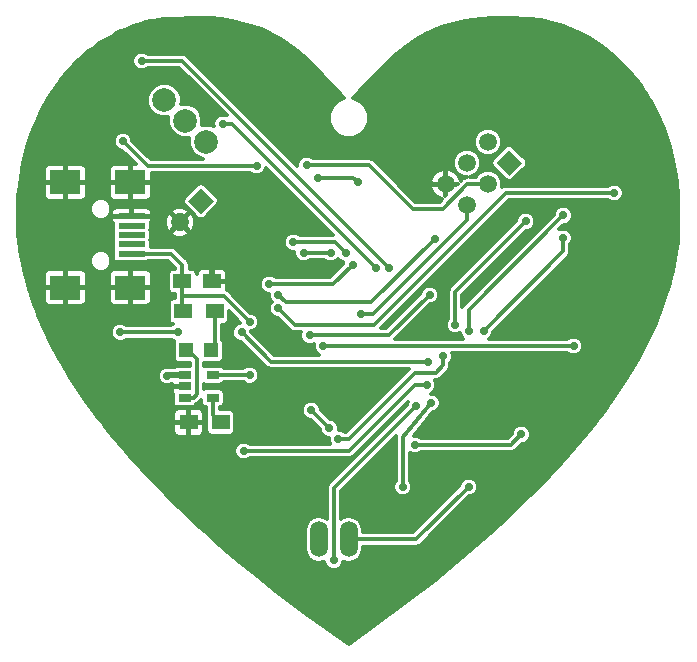
<source format=gbr>
G04 #@! TF.FileFunction,Copper,L2,Bot,Signal*
%FSLAX46Y46*%
G04 Gerber Fmt 4.6, Leading zero omitted, Abs format (unit mm)*
G04 Created by KiCad (PCBNEW 4.0.2-stable) date 14.06.2016 13:49:57*
%MOMM*%
G01*
G04 APERTURE LIST*
%ADD10C,0.100000*%
%ADD11R,1.500000X1.250000*%
%ADD12R,1.100000X0.700000*%
%ADD13O,1.506220X3.014980*%
%ADD14R,2.300000X0.500000*%
%ADD15R,2.500000X2.000000*%
%ADD16C,1.500000*%
%ADD17R,1.500000X1.300000*%
%ADD18R,1.198880X1.198880*%
%ADD19C,1.500000*%
%ADD20C,1.998980*%
%ADD21C,0.700000*%
%ADD22C,0.300000*%
%ADD23C,0.500000*%
G04 APERTURE END LIST*
D10*
D11*
X134219000Y-97409000D03*
X131719000Y-97409000D03*
D12*
X131896000Y-107249000D03*
X131896000Y-106299000D03*
X131896000Y-105349000D03*
X134296000Y-105349000D03*
X134296000Y-107249000D03*
D13*
X145796000Y-119253000D03*
X143256000Y-119253000D03*
D14*
X127402000Y-95072000D03*
X127402000Y-94272000D03*
X127402000Y-93472000D03*
X127402000Y-92672000D03*
X127402000Y-91872000D03*
D15*
X127302000Y-97922000D03*
X121802000Y-97922000D03*
X127302000Y-89022000D03*
X121802000Y-89022000D03*
D10*
G36*
X160445660Y-87376000D02*
X159385000Y-88436660D01*
X158324340Y-87376000D01*
X159385000Y-86315340D01*
X160445660Y-87376000D01*
X160445660Y-87376000D01*
G37*
D16*
X157588949Y-85579949D03*
X157588949Y-89172051D03*
X155792898Y-87376000D03*
X155792898Y-90968102D03*
X153996846Y-89172051D03*
D17*
X131746000Y-99949000D03*
X134446000Y-99949000D03*
X132254000Y-109347000D03*
X134954000Y-109347000D03*
D18*
X134145020Y-103251000D03*
X132046980Y-103251000D03*
D10*
G36*
X134347160Y-90614500D02*
X133286500Y-91675160D01*
X132225840Y-90614500D01*
X133286500Y-89553840D01*
X134347160Y-90614500D01*
X134347160Y-90614500D01*
G37*
D19*
X131490449Y-92410551D02*
X131490449Y-92410551D01*
D20*
X130185686Y-82052686D03*
X131953000Y-83820000D03*
X133720314Y-85587314D03*
D21*
X141097000Y-86233000D03*
X164338000Y-96774000D03*
X138049000Y-99441000D03*
X140081000Y-106807000D03*
X139065000Y-89916000D03*
X161036000Y-101092000D03*
X159385000Y-105664000D03*
X157800000Y-105600000D03*
X137414000Y-105346500D03*
X137414000Y-100838000D03*
X146812000Y-100203000D03*
X130429000Y-105410000D03*
X155956000Y-114808000D03*
X163957000Y-91821000D03*
X155956000Y-101600000D03*
X144907000Y-110744000D03*
X153797000Y-103759000D03*
X142240000Y-87566500D03*
X137985500Y-87630000D03*
X126682500Y-85534500D03*
X160782000Y-92329000D03*
X154813000Y-101092000D03*
X152527000Y-104203500D03*
X136715500Y-101727000D03*
X131318000Y-101727000D03*
X126428500Y-101727000D03*
X157226000Y-101600000D03*
X163957000Y-93726000D03*
X151511000Y-107950000D03*
X144526000Y-121031000D03*
X152781000Y-107696000D03*
X150368000Y-114808000D03*
X136906000Y-111760000D03*
X152400000Y-106172000D03*
X142621000Y-108331000D03*
X144145000Y-109855000D03*
X149225000Y-96266000D03*
X128270000Y-78740000D03*
X148082000Y-96266000D03*
X135128000Y-84074000D03*
X141986000Y-94996000D03*
X144272000Y-94996000D03*
X145542000Y-94996000D03*
X141097000Y-94107000D03*
X143192500Y-88646000D03*
X146558000Y-89027000D03*
X139065000Y-97663000D03*
X146113500Y-96012000D03*
X153098500Y-93789500D03*
X139827000Y-98552000D03*
X139827000Y-99695000D03*
X168275000Y-89916000D03*
X142494000Y-101981000D03*
X152654000Y-98552000D03*
X143637000Y-102870000D03*
X164846000Y-102870000D03*
X151384000Y-111252000D03*
X160401000Y-110363000D03*
D22*
X131719000Y-98679000D02*
X135255000Y-98679000D01*
X137411500Y-105349000D02*
X134296000Y-105349000D01*
X137414000Y-105346500D02*
X137411500Y-105349000D01*
X135255000Y-98679000D02*
X137414000Y-100838000D01*
X131719000Y-97409000D02*
X131719000Y-98679000D01*
X131719000Y-98679000D02*
X131719000Y-99922000D01*
X131719000Y-99922000D02*
X131746000Y-99949000D01*
X127402000Y-95072000D02*
X130759000Y-95072000D01*
X131719000Y-96032000D02*
X131719000Y-97409000D01*
X130759000Y-95072000D02*
X131719000Y-96032000D01*
X155792898Y-90968102D02*
X155792898Y-92238102D01*
X147828000Y-100203000D02*
X146812000Y-100203000D01*
X155792898Y-92238102D02*
X147828000Y-100203000D01*
X132046980Y-103251000D02*
X132207000Y-103251000D01*
X132207000Y-103251000D02*
X132969000Y-104013000D01*
X132969000Y-104013000D02*
X132969000Y-106934000D01*
X132969000Y-106934000D02*
X132654000Y-107249000D01*
X132654000Y-107249000D02*
X131896000Y-107249000D01*
D23*
X131896000Y-105349000D02*
X130490000Y-105349000D01*
X130490000Y-105349000D02*
X130429000Y-105410000D01*
D22*
X134296000Y-107249000D02*
X134296000Y-108689000D01*
X134296000Y-108689000D02*
X134954000Y-109347000D01*
X151511000Y-119253000D02*
X145796000Y-119253000D01*
X155956000Y-114808000D02*
X151511000Y-119253000D01*
X153797000Y-103759000D02*
X153797000Y-104521000D01*
X151384000Y-105156000D02*
X145796000Y-110744000D01*
X153162000Y-105156000D02*
X151384000Y-105156000D01*
X153797000Y-104521000D02*
X153162000Y-105156000D01*
X145796000Y-110744000D02*
X144907000Y-110744000D01*
X145796000Y-110744000D02*
X144907000Y-110744000D01*
X163957000Y-91821000D02*
X155956000Y-99822000D01*
X155956000Y-99822000D02*
X155956000Y-101600000D01*
X157588949Y-89172051D02*
X155810949Y-89172051D01*
X147510500Y-87566500D02*
X142240000Y-87566500D01*
X151193500Y-91249500D02*
X147510500Y-87566500D01*
X153733500Y-91249500D02*
X151193500Y-91249500D01*
X155810949Y-89172051D02*
X153733500Y-91249500D01*
X128778000Y-87630000D02*
X137985500Y-87630000D01*
X126682500Y-85534500D02*
X128778000Y-87630000D01*
X160782000Y-92329000D02*
X154813000Y-98298000D01*
X154813000Y-98298000D02*
X154813000Y-101092000D01*
X139192000Y-104203500D02*
X152527000Y-104203500D01*
X136715500Y-101727000D02*
X139192000Y-104203500D01*
X126428500Y-101727000D02*
X131318000Y-101727000D01*
X157226000Y-101600000D02*
X163957000Y-94869000D01*
X163957000Y-94869000D02*
X163957000Y-93726000D01*
X134446000Y-99949000D02*
X134446000Y-102950020D01*
X134446000Y-102950020D02*
X134145020Y-103251000D01*
X151511000Y-107950000D02*
X144526000Y-114935000D01*
X144526000Y-114935000D02*
X144526000Y-121031000D01*
X150368000Y-110617000D02*
X152781000Y-107696000D01*
X150368000Y-114808000D02*
X150368000Y-110617000D01*
X145796000Y-111760000D02*
X136906000Y-111760000D01*
X151384000Y-106172000D02*
X145796000Y-111760000D01*
X152400000Y-106172000D02*
X151384000Y-106172000D01*
X144145000Y-109855000D02*
X142621000Y-108331000D01*
X149225000Y-96266000D02*
X131699000Y-78740000D01*
X131699000Y-78740000D02*
X128270000Y-78740000D01*
X148082000Y-96266000D02*
X135890000Y-84074000D01*
X135890000Y-84074000D02*
X135128000Y-84074000D01*
X144272000Y-94996000D02*
X141986000Y-94996000D01*
X145542000Y-94996000D02*
X144653000Y-94107000D01*
X144653000Y-94107000D02*
X141097000Y-94107000D01*
X146177000Y-88646000D02*
X143192500Y-88646000D01*
X146558000Y-89027000D02*
X146177000Y-88646000D01*
X144462500Y-97663000D02*
X139065000Y-97663000D01*
X146113500Y-96012000D02*
X144462500Y-97663000D01*
X147701000Y-99187000D02*
X153098500Y-93789500D01*
X140462000Y-99187000D02*
X147701000Y-99187000D01*
X139827000Y-98552000D02*
X140462000Y-99187000D01*
X139827000Y-99695000D02*
X141224000Y-101092000D01*
X141224000Y-101092000D02*
X147955000Y-101092000D01*
X147955000Y-101092000D02*
X159131000Y-89916000D01*
X159131000Y-89916000D02*
X168275000Y-89916000D01*
X149161500Y-101981000D02*
X142494000Y-101981000D01*
X152654000Y-98552000D02*
X149161500Y-101981000D01*
X143637000Y-102870000D02*
X164846000Y-102870000D01*
X159512000Y-111252000D02*
X151384000Y-111252000D01*
X160401000Y-110363000D02*
X159512000Y-111252000D01*
G36*
X161079224Y-75167452D02*
X161398071Y-75196200D01*
X161723783Y-75235601D01*
X162041375Y-75285063D01*
X162683747Y-75412475D01*
X163312025Y-75576144D01*
X163931518Y-75774700D01*
X164540524Y-76005063D01*
X165139232Y-76269978D01*
X165722905Y-76564469D01*
X166290623Y-76888120D01*
X166843262Y-77241490D01*
X167380464Y-77621787D01*
X167895955Y-78025677D01*
X168391149Y-78454312D01*
X168870503Y-78907034D01*
X169326006Y-79381292D01*
X169597102Y-79678967D01*
X169857164Y-79984142D01*
X170108155Y-80296546D01*
X170354404Y-80617740D01*
X170589387Y-80940842D01*
X170817462Y-81272346D01*
X171030525Y-81607920D01*
X171240706Y-81952833D01*
X171442658Y-82298277D01*
X171628619Y-82648946D01*
X171810467Y-83007294D01*
X172154715Y-83741510D01*
X172460127Y-84486287D01*
X172733931Y-85245958D01*
X172975653Y-86019470D01*
X173185327Y-86804402D01*
X173362813Y-87595023D01*
X173508315Y-88392588D01*
X173626896Y-89195702D01*
X173711175Y-89980555D01*
X173711175Y-93532349D01*
X173664563Y-94024370D01*
X173600434Y-94526712D01*
X173519428Y-95034352D01*
X173432625Y-95541601D01*
X173335955Y-96041062D01*
X173222614Y-96540305D01*
X173103870Y-97036871D01*
X172969035Y-97530364D01*
X172828024Y-98021192D01*
X172676788Y-98510010D01*
X172515052Y-98995215D01*
X172167929Y-99957939D01*
X171777941Y-100911246D01*
X171360043Y-101850161D01*
X170910026Y-102775270D01*
X170426394Y-103688193D01*
X169921115Y-104586693D01*
X169115038Y-105910185D01*
X168259193Y-107196680D01*
X167824709Y-107810387D01*
X167377204Y-108421614D01*
X166923394Y-109023050D01*
X166464344Y-109618721D01*
X165995952Y-110206934D01*
X165033595Y-111366136D01*
X164038439Y-112497990D01*
X163019676Y-113609865D01*
X161979906Y-114704359D01*
X160913492Y-115770772D01*
X159273711Y-117339260D01*
X157596906Y-118868111D01*
X154724155Y-121334391D01*
X152973383Y-122767836D01*
X145781072Y-128140915D01*
X142098549Y-125461790D01*
X139752716Y-123670826D01*
X138209999Y-122452024D01*
X136686856Y-121211556D01*
X135189465Y-119944532D01*
X133713008Y-118643713D01*
X132986959Y-117986159D01*
X132269267Y-117323253D01*
X131560093Y-116649675D01*
X130856032Y-115964788D01*
X130162631Y-115274127D01*
X129477800Y-114578340D01*
X128801819Y-113872255D01*
X128134352Y-113155547D01*
X127477584Y-112427631D01*
X126831364Y-111693787D01*
X126193985Y-110949721D01*
X125568225Y-110195531D01*
X125039402Y-109534500D01*
X130954000Y-109534500D01*
X130954000Y-110106402D01*
X131037732Y-110308550D01*
X131192450Y-110463267D01*
X131394598Y-110547000D01*
X132066500Y-110547000D01*
X132204000Y-110409500D01*
X132204000Y-109397000D01*
X132304000Y-109397000D01*
X132304000Y-110409500D01*
X132441500Y-110547000D01*
X133113402Y-110547000D01*
X133315550Y-110463267D01*
X133470268Y-110308550D01*
X133554000Y-110106402D01*
X133554000Y-109534500D01*
X133416500Y-109397000D01*
X132304000Y-109397000D01*
X132204000Y-109397000D01*
X131091500Y-109397000D01*
X130954000Y-109534500D01*
X125039402Y-109534500D01*
X124957270Y-109431836D01*
X124313480Y-108587598D01*
X130954000Y-108587598D01*
X130954000Y-109159500D01*
X131091500Y-109297000D01*
X132204000Y-109297000D01*
X132204000Y-108284500D01*
X132304000Y-108284500D01*
X132304000Y-109297000D01*
X133416500Y-109297000D01*
X133554000Y-109159500D01*
X133554000Y-108587598D01*
X133470268Y-108385450D01*
X133315550Y-108230733D01*
X133113402Y-108147000D01*
X132441500Y-108147000D01*
X132304000Y-108284500D01*
X132204000Y-108284500D01*
X132066500Y-108147000D01*
X131394598Y-108147000D01*
X131192450Y-108230733D01*
X131037732Y-108385450D01*
X130954000Y-108587598D01*
X124313480Y-108587598D01*
X124212160Y-108454732D01*
X123489853Y-107457131D01*
X122797983Y-106438392D01*
X122132757Y-105396933D01*
X121815193Y-104870374D01*
X121502524Y-104337477D01*
X121203331Y-103800969D01*
X120909503Y-103260242D01*
X120627869Y-102715256D01*
X120359277Y-102165185D01*
X120228271Y-101885432D01*
X125628361Y-101885432D01*
X125749897Y-102179572D01*
X125974745Y-102404812D01*
X126268672Y-102526861D01*
X126586932Y-102527139D01*
X126881072Y-102405603D01*
X126959812Y-102327000D01*
X130786568Y-102327000D01*
X130864245Y-102404812D01*
X131025694Y-102471852D01*
X131024872Y-102473055D01*
X130988724Y-102651560D01*
X130988724Y-103850440D01*
X131020102Y-104017200D01*
X131118657Y-104170359D01*
X131269035Y-104273108D01*
X131447540Y-104309256D01*
X132369000Y-104309256D01*
X132369000Y-104540184D01*
X131346000Y-104540184D01*
X131179240Y-104571562D01*
X131058898Y-104649000D01*
X130682416Y-104649000D01*
X130588828Y-104610139D01*
X130270568Y-104609861D01*
X129976428Y-104731397D01*
X129751188Y-104956245D01*
X129629139Y-105250172D01*
X129628861Y-105568432D01*
X129750397Y-105862572D01*
X129975245Y-106087812D01*
X130269172Y-106209861D01*
X130587432Y-106210139D01*
X130804817Y-106120317D01*
X130933500Y-106249000D01*
X131846000Y-106249000D01*
X131846000Y-106229000D01*
X131946000Y-106229000D01*
X131946000Y-106249000D01*
X131966000Y-106249000D01*
X131966000Y-106349000D01*
X131946000Y-106349000D01*
X131946000Y-106369000D01*
X131846000Y-106369000D01*
X131846000Y-106349000D01*
X130933500Y-106349000D01*
X130796000Y-106486500D01*
X130796000Y-106758402D01*
X130879732Y-106960550D01*
X130887184Y-106968002D01*
X130887184Y-107599000D01*
X130918562Y-107765760D01*
X131017117Y-107918919D01*
X131167495Y-108021668D01*
X131346000Y-108057816D01*
X132446000Y-108057816D01*
X132612760Y-108026438D01*
X132765919Y-107927883D01*
X132845898Y-107810829D01*
X132883610Y-107803328D01*
X133078264Y-107673264D01*
X133287184Y-107464344D01*
X133287184Y-107599000D01*
X133318562Y-107765760D01*
X133417117Y-107918919D01*
X133567495Y-108021668D01*
X133696000Y-108047691D01*
X133696000Y-108689000D01*
X133741672Y-108918610D01*
X133745184Y-108923866D01*
X133745184Y-109997000D01*
X133776562Y-110163760D01*
X133875117Y-110316919D01*
X134025495Y-110419668D01*
X134204000Y-110455816D01*
X135704000Y-110455816D01*
X135870760Y-110424438D01*
X136023919Y-110325883D01*
X136126668Y-110175505D01*
X136162816Y-109997000D01*
X136162816Y-108697000D01*
X136131438Y-108530240D01*
X136032883Y-108377081D01*
X135882505Y-108274332D01*
X135704000Y-108238184D01*
X134896000Y-108238184D01*
X134896000Y-108048408D01*
X135012760Y-108026438D01*
X135165919Y-107927883D01*
X135268668Y-107777505D01*
X135304816Y-107599000D01*
X135304816Y-106899000D01*
X135273438Y-106732240D01*
X135174883Y-106579081D01*
X135024505Y-106476332D01*
X134846000Y-106440184D01*
X133746000Y-106440184D01*
X133579240Y-106471562D01*
X133569000Y-106478151D01*
X133569000Y-106121973D01*
X133746000Y-106157816D01*
X134846000Y-106157816D01*
X135012760Y-106126438D01*
X135165919Y-106027883D01*
X135219818Y-105949000D01*
X136885064Y-105949000D01*
X136960245Y-106024312D01*
X137254172Y-106146361D01*
X137572432Y-106146639D01*
X137866572Y-106025103D01*
X138091812Y-105800255D01*
X138213861Y-105506328D01*
X138214139Y-105188068D01*
X138092603Y-104893928D01*
X137867755Y-104668688D01*
X137573828Y-104546639D01*
X137255568Y-104546361D01*
X136961428Y-104667897D01*
X136880184Y-104749000D01*
X135219875Y-104749000D01*
X135174883Y-104679081D01*
X135024505Y-104576332D01*
X134846000Y-104540184D01*
X133746000Y-104540184D01*
X133579240Y-104571562D01*
X133569000Y-104578151D01*
X133569000Y-104309256D01*
X134744460Y-104309256D01*
X134911220Y-104277878D01*
X135064379Y-104179323D01*
X135167128Y-104028945D01*
X135203276Y-103850440D01*
X135203276Y-102651560D01*
X135171898Y-102484800D01*
X135073343Y-102331641D01*
X135046000Y-102312958D01*
X135046000Y-101057816D01*
X135196000Y-101057816D01*
X135362760Y-101026438D01*
X135515919Y-100927883D01*
X135618668Y-100777505D01*
X135654816Y-100599000D01*
X135654816Y-99927344D01*
X136613957Y-100886485D01*
X136613922Y-100926911D01*
X136557068Y-100926861D01*
X136262928Y-101048397D01*
X136037688Y-101273245D01*
X135915639Y-101567172D01*
X135915361Y-101885432D01*
X136036897Y-102179572D01*
X136261745Y-102404812D01*
X136555672Y-102526861D01*
X136666930Y-102526958D01*
X138767736Y-104627764D01*
X138962390Y-104757828D01*
X139192000Y-104803500D01*
X150887972Y-104803500D01*
X145547472Y-110144000D01*
X145438432Y-110144000D01*
X145360755Y-110066188D01*
X145066828Y-109944139D01*
X144944923Y-109944033D01*
X144945139Y-109696568D01*
X144823603Y-109402428D01*
X144598755Y-109177188D01*
X144304828Y-109055139D01*
X144193570Y-109055042D01*
X143421043Y-108282515D01*
X143421139Y-108172568D01*
X143299603Y-107878428D01*
X143074755Y-107653188D01*
X142780828Y-107531139D01*
X142462568Y-107530861D01*
X142168428Y-107652397D01*
X141943188Y-107877245D01*
X141821139Y-108171172D01*
X141820861Y-108489432D01*
X141942397Y-108783572D01*
X142167245Y-109008812D01*
X142461172Y-109130861D01*
X142572430Y-109130958D01*
X143344957Y-109903485D01*
X143344861Y-110013432D01*
X143466397Y-110307572D01*
X143691245Y-110532812D01*
X143985172Y-110654861D01*
X144107077Y-110654967D01*
X144106861Y-110902432D01*
X144213286Y-111160000D01*
X137437432Y-111160000D01*
X137359755Y-111082188D01*
X137065828Y-110960139D01*
X136747568Y-110959861D01*
X136453428Y-111081397D01*
X136228188Y-111306245D01*
X136106139Y-111600172D01*
X136105861Y-111918432D01*
X136227397Y-112212572D01*
X136452245Y-112437812D01*
X136746172Y-112559861D01*
X137064432Y-112560139D01*
X137358572Y-112438603D01*
X137437312Y-112360000D01*
X145796000Y-112360000D01*
X146025610Y-112314328D01*
X146220264Y-112184264D01*
X150779864Y-107624664D01*
X150711139Y-107790172D01*
X150711042Y-107901430D01*
X144101736Y-114510736D01*
X143971672Y-114705390D01*
X143926000Y-114935000D01*
X143926000Y-117488786D01*
X143716410Y-117348742D01*
X143256000Y-117257161D01*
X142795590Y-117348742D01*
X142405273Y-117609544D01*
X142144471Y-117999861D01*
X142052890Y-118460271D01*
X142052890Y-120045729D01*
X142144471Y-120506139D01*
X142405273Y-120896456D01*
X142795590Y-121157258D01*
X143256000Y-121248839D01*
X143716410Y-121157258D01*
X143725895Y-121150921D01*
X143725861Y-121189432D01*
X143847397Y-121483572D01*
X144072245Y-121708812D01*
X144366172Y-121830861D01*
X144684432Y-121831139D01*
X144978572Y-121709603D01*
X145203812Y-121484755D01*
X145325861Y-121190828D01*
X145325896Y-121150781D01*
X145335590Y-121157258D01*
X145796000Y-121248839D01*
X146256410Y-121157258D01*
X146646727Y-120896456D01*
X146907529Y-120506139D01*
X146999110Y-120045729D01*
X146999110Y-119853000D01*
X151511000Y-119853000D01*
X151740610Y-119807328D01*
X151935264Y-119677264D01*
X156004485Y-115608043D01*
X156114432Y-115608139D01*
X156408572Y-115486603D01*
X156633812Y-115261755D01*
X156755861Y-114967828D01*
X156756139Y-114649568D01*
X156634603Y-114355428D01*
X156409755Y-114130188D01*
X156115828Y-114008139D01*
X155797568Y-114007861D01*
X155503428Y-114129397D01*
X155278188Y-114354245D01*
X155156139Y-114648172D01*
X155156042Y-114759430D01*
X151262472Y-118653000D01*
X146999110Y-118653000D01*
X146999110Y-118460271D01*
X146907529Y-117999861D01*
X146646727Y-117609544D01*
X146256410Y-117348742D01*
X145796000Y-117257161D01*
X145335590Y-117348742D01*
X145126000Y-117488786D01*
X145126000Y-115183528D01*
X149786001Y-110523527D01*
X149785382Y-110529616D01*
X149768000Y-110617000D01*
X149768000Y-114276568D01*
X149690188Y-114354245D01*
X149568139Y-114648172D01*
X149567861Y-114966432D01*
X149689397Y-115260572D01*
X149914245Y-115485812D01*
X150208172Y-115607861D01*
X150526432Y-115608139D01*
X150820572Y-115486603D01*
X151045812Y-115261755D01*
X151167861Y-114967828D01*
X151168139Y-114649568D01*
X151046603Y-114355428D01*
X150968000Y-114276688D01*
X150968000Y-111945489D01*
X151224172Y-112051861D01*
X151542432Y-112052139D01*
X151836572Y-111930603D01*
X151915312Y-111852000D01*
X159512000Y-111852000D01*
X159741610Y-111806328D01*
X159936264Y-111676264D01*
X160449485Y-111163043D01*
X160559432Y-111163139D01*
X160853572Y-111041603D01*
X161078812Y-110816755D01*
X161200861Y-110522828D01*
X161201139Y-110204568D01*
X161079603Y-109910428D01*
X160854755Y-109685188D01*
X160560828Y-109563139D01*
X160242568Y-109562861D01*
X159948428Y-109684397D01*
X159723188Y-109909245D01*
X159601139Y-110203172D01*
X159601042Y-110314430D01*
X159263472Y-110652000D01*
X151915432Y-110652000D01*
X151837755Y-110574188D01*
X151543828Y-110452139D01*
X151282627Y-110451911D01*
X152898294Y-108496103D01*
X152939432Y-108496139D01*
X153233572Y-108374603D01*
X153458812Y-108149755D01*
X153580861Y-107855828D01*
X153581139Y-107537568D01*
X153459603Y-107243428D01*
X153234755Y-107018188D01*
X152940828Y-106896139D01*
X152742785Y-106895966D01*
X152852572Y-106850603D01*
X153077812Y-106625755D01*
X153199861Y-106331828D01*
X153200139Y-106013568D01*
X153093714Y-105756000D01*
X153162000Y-105756000D01*
X153391610Y-105710328D01*
X153586264Y-105580264D01*
X154221264Y-104945264D01*
X154351328Y-104750610D01*
X154397000Y-104521000D01*
X154397000Y-104290432D01*
X154474812Y-104212755D01*
X154596861Y-103918828D01*
X154597139Y-103600568D01*
X154543189Y-103470000D01*
X164314568Y-103470000D01*
X164392245Y-103547812D01*
X164686172Y-103669861D01*
X165004432Y-103670139D01*
X165298572Y-103548603D01*
X165523812Y-103323755D01*
X165645861Y-103029828D01*
X165646139Y-102711568D01*
X165524603Y-102417428D01*
X165299755Y-102192188D01*
X165005828Y-102070139D01*
X164687568Y-102069861D01*
X164393428Y-102191397D01*
X164314688Y-102270000D01*
X157687190Y-102270000D01*
X157903812Y-102053755D01*
X158025861Y-101759828D01*
X158025958Y-101648570D01*
X164381264Y-95293264D01*
X164511328Y-95098611D01*
X164557000Y-94869000D01*
X164557000Y-94257432D01*
X164634812Y-94179755D01*
X164756861Y-93885828D01*
X164757139Y-93567568D01*
X164635603Y-93273428D01*
X164410755Y-93048188D01*
X164116828Y-92926139D01*
X163798568Y-92925861D01*
X163631732Y-92994796D01*
X164005485Y-92621043D01*
X164115432Y-92621139D01*
X164409572Y-92499603D01*
X164634812Y-92274755D01*
X164756861Y-91980828D01*
X164757139Y-91662568D01*
X164635603Y-91368428D01*
X164410755Y-91143188D01*
X164116828Y-91021139D01*
X163798568Y-91020861D01*
X163504428Y-91142397D01*
X163279188Y-91367245D01*
X163157139Y-91661172D01*
X163157042Y-91772430D01*
X155531736Y-99397736D01*
X155413000Y-99575436D01*
X155413000Y-98546528D01*
X160830485Y-93129043D01*
X160940432Y-93129139D01*
X161234572Y-93007603D01*
X161459812Y-92782755D01*
X161581861Y-92488828D01*
X161582139Y-92170568D01*
X161460603Y-91876428D01*
X161235755Y-91651188D01*
X160941828Y-91529139D01*
X160623568Y-91528861D01*
X160329428Y-91650397D01*
X160104188Y-91875245D01*
X159982139Y-92169172D01*
X159982042Y-92280430D01*
X154388736Y-97873736D01*
X154258672Y-98068390D01*
X154213000Y-98298000D01*
X154213000Y-100560568D01*
X154135188Y-100638245D01*
X154013139Y-100932172D01*
X154012861Y-101250432D01*
X154134397Y-101544572D01*
X154359245Y-101769812D01*
X154653172Y-101891861D01*
X154971432Y-101892139D01*
X155176156Y-101807549D01*
X155277397Y-102052572D01*
X155494447Y-102270000D01*
X149723569Y-102270000D01*
X152695568Y-99352037D01*
X152812432Y-99352139D01*
X153106572Y-99230603D01*
X153331812Y-99005755D01*
X153453861Y-98711828D01*
X153454139Y-98393568D01*
X153332603Y-98099428D01*
X153107755Y-97874188D01*
X152813828Y-97752139D01*
X152495568Y-97751861D01*
X152201428Y-97873397D01*
X151976188Y-98098245D01*
X151854139Y-98392172D01*
X151854048Y-98496558D01*
X148916191Y-101381000D01*
X148514528Y-101381000D01*
X159379528Y-90516000D01*
X167743568Y-90516000D01*
X167821245Y-90593812D01*
X168115172Y-90715861D01*
X168433432Y-90716139D01*
X168727572Y-90594603D01*
X168952812Y-90369755D01*
X169074861Y-90075828D01*
X169075139Y-89757568D01*
X168953603Y-89463428D01*
X168728755Y-89238188D01*
X168434828Y-89116139D01*
X168116568Y-89115861D01*
X167822428Y-89237397D01*
X167743688Y-89316000D01*
X159131000Y-89316000D01*
X158901390Y-89361672D01*
X158774287Y-89446600D01*
X158788740Y-89411793D01*
X158789156Y-88934404D01*
X158606852Y-88493194D01*
X158269582Y-88155334D01*
X157828691Y-87972260D01*
X157351302Y-87971844D01*
X156910092Y-88154148D01*
X156572232Y-88491418D01*
X156538750Y-88572051D01*
X156040603Y-88572051D01*
X156471755Y-88393903D01*
X156809615Y-88056633D01*
X156992689Y-87615742D01*
X156992903Y-87369662D01*
X157865568Y-87369662D01*
X157899247Y-87548649D01*
X157999908Y-87700432D01*
X159060568Y-88761092D01*
X159200673Y-88856821D01*
X159378662Y-88895432D01*
X159557649Y-88861753D01*
X159709432Y-88761092D01*
X160770092Y-87700432D01*
X160865821Y-87560327D01*
X160904432Y-87382338D01*
X160870753Y-87203351D01*
X160770092Y-87051568D01*
X159709432Y-85990908D01*
X159569327Y-85895179D01*
X159391338Y-85856568D01*
X159212351Y-85890247D01*
X159060568Y-85990908D01*
X157999908Y-87051568D01*
X157904179Y-87191673D01*
X157865568Y-87369662D01*
X156992903Y-87369662D01*
X156993105Y-87138353D01*
X156810801Y-86697143D01*
X156473531Y-86359283D01*
X156032640Y-86176209D01*
X155555251Y-86175793D01*
X155114041Y-86358097D01*
X154776181Y-86695367D01*
X154593107Y-87136258D01*
X154592691Y-87613647D01*
X154774995Y-88054857D01*
X155112265Y-88392717D01*
X155553156Y-88575791D01*
X155791104Y-88575998D01*
X155581339Y-88617723D01*
X155386685Y-88747787D01*
X155274399Y-88860073D01*
X155100065Y-88437356D01*
X154734932Y-88071098D01*
X154257432Y-87872450D01*
X154253432Y-87871654D01*
X154046846Y-87985135D01*
X154046846Y-89122051D01*
X155012421Y-89122051D01*
X154912421Y-89222051D01*
X154117559Y-89222051D01*
X154081700Y-89186192D01*
X154010987Y-89256905D01*
X154046846Y-89292764D01*
X154046846Y-90087626D01*
X153946846Y-90187626D01*
X153946846Y-89222051D01*
X152809930Y-89222051D01*
X152696449Y-89428637D01*
X152893627Y-89906746D01*
X153258760Y-90273004D01*
X153684396Y-90450076D01*
X153484972Y-90649500D01*
X151442028Y-90649500D01*
X149707993Y-88915465D01*
X152696449Y-88915465D01*
X152809930Y-89122051D01*
X153946846Y-89122051D01*
X153946846Y-87985135D01*
X153740260Y-87871654D01*
X153262151Y-88068832D01*
X152895893Y-88433965D01*
X152697245Y-88911465D01*
X152696449Y-88915465D01*
X149707993Y-88915465D01*
X147934764Y-87142236D01*
X147740110Y-87012172D01*
X147510500Y-86966500D01*
X142771432Y-86966500D01*
X142693755Y-86888688D01*
X142399828Y-86766639D01*
X142081568Y-86766361D01*
X141787428Y-86887897D01*
X141562188Y-87112745D01*
X141440139Y-87406672D01*
X141439942Y-87632414D01*
X139625124Y-85817596D01*
X156388742Y-85817596D01*
X156571046Y-86258806D01*
X156908316Y-86596666D01*
X157349207Y-86779740D01*
X157826596Y-86780156D01*
X158267806Y-86597852D01*
X158605666Y-86260582D01*
X158788740Y-85819691D01*
X158789156Y-85342302D01*
X158606852Y-84901092D01*
X158269582Y-84563232D01*
X157828691Y-84380158D01*
X157351302Y-84379742D01*
X156910092Y-84562046D01*
X156572232Y-84899316D01*
X156389158Y-85340207D01*
X156388742Y-85817596D01*
X139625124Y-85817596D01*
X132123264Y-78315736D01*
X131928610Y-78185672D01*
X131699000Y-78140000D01*
X128801432Y-78140000D01*
X128723755Y-78062188D01*
X128429828Y-77940139D01*
X128111568Y-77939861D01*
X127817428Y-78061397D01*
X127592188Y-78286245D01*
X127470139Y-78580172D01*
X127469861Y-78898432D01*
X127591397Y-79192572D01*
X127816245Y-79417812D01*
X128110172Y-79539861D01*
X128428432Y-79540139D01*
X128722572Y-79418603D01*
X128801312Y-79340000D01*
X131450472Y-79340000D01*
X135453336Y-83342864D01*
X135287828Y-83274139D01*
X134969568Y-83273861D01*
X134675428Y-83395397D01*
X134450188Y-83620245D01*
X134328139Y-83914172D01*
X134327861Y-84232432D01*
X134346651Y-84277908D01*
X134009900Y-84138076D01*
X133433258Y-84137573D01*
X133381785Y-84158841D01*
X133402238Y-84109586D01*
X133402741Y-83532944D01*
X133182534Y-83000003D01*
X132775142Y-82591899D01*
X132242586Y-82370762D01*
X131665944Y-82370259D01*
X131614471Y-82391527D01*
X131634924Y-82342272D01*
X131635427Y-81765630D01*
X131415220Y-81232689D01*
X131007828Y-80824585D01*
X130475272Y-80603448D01*
X129898630Y-80602945D01*
X129365689Y-80823152D01*
X128957585Y-81230544D01*
X128736448Y-81763100D01*
X128735945Y-82339742D01*
X128956152Y-82872683D01*
X129363544Y-83280787D01*
X129896100Y-83501924D01*
X130472742Y-83502427D01*
X130524215Y-83481159D01*
X130503762Y-83530414D01*
X130503259Y-84107056D01*
X130723466Y-84639997D01*
X131130858Y-85048101D01*
X131663414Y-85269238D01*
X132240056Y-85269741D01*
X132291529Y-85248473D01*
X132271076Y-85297728D01*
X132270573Y-85874370D01*
X132490780Y-86407311D01*
X132898172Y-86815415D01*
X133414949Y-87030000D01*
X129026528Y-87030000D01*
X127482543Y-85486015D01*
X127482639Y-85376068D01*
X127361103Y-85081928D01*
X127136255Y-84856688D01*
X126842328Y-84734639D01*
X126524068Y-84734361D01*
X126229928Y-84855897D01*
X126004688Y-85080745D01*
X125882639Y-85374672D01*
X125882361Y-85692932D01*
X126003897Y-85987072D01*
X126228745Y-86212312D01*
X126522672Y-86334361D01*
X126633930Y-86334458D01*
X127771472Y-87472000D01*
X127489500Y-87472000D01*
X127352000Y-87609500D01*
X127352000Y-88972000D01*
X128964500Y-88972000D01*
X129102000Y-88834500D01*
X129102000Y-88230000D01*
X137454068Y-88230000D01*
X137531745Y-88307812D01*
X137825672Y-88429861D01*
X138143932Y-88430139D01*
X138438072Y-88308603D01*
X138663312Y-88083755D01*
X138777128Y-87809656D01*
X144474472Y-93507000D01*
X141628432Y-93507000D01*
X141550755Y-93429188D01*
X141256828Y-93307139D01*
X140938568Y-93306861D01*
X140644428Y-93428397D01*
X140419188Y-93653245D01*
X140297139Y-93947172D01*
X140296861Y-94265432D01*
X140418397Y-94559572D01*
X140643245Y-94784812D01*
X140937172Y-94906861D01*
X141186077Y-94907078D01*
X141185861Y-95154432D01*
X141307397Y-95448572D01*
X141532245Y-95673812D01*
X141826172Y-95795861D01*
X142144432Y-95796139D01*
X142438572Y-95674603D01*
X142517312Y-95596000D01*
X143740568Y-95596000D01*
X143818245Y-95673812D01*
X144112172Y-95795861D01*
X144430432Y-95796139D01*
X144724572Y-95674603D01*
X144907121Y-95492372D01*
X145088245Y-95673812D01*
X145343661Y-95779870D01*
X145313639Y-95852172D01*
X145313542Y-95963430D01*
X144213972Y-97063000D01*
X139596432Y-97063000D01*
X139518755Y-96985188D01*
X139224828Y-96863139D01*
X138906568Y-96862861D01*
X138612428Y-96984397D01*
X138387188Y-97209245D01*
X138265139Y-97503172D01*
X138264861Y-97821432D01*
X138386397Y-98115572D01*
X138611245Y-98340812D01*
X138905172Y-98462861D01*
X139027077Y-98462967D01*
X139026861Y-98710432D01*
X139148397Y-99004572D01*
X139267128Y-99123510D01*
X139149188Y-99241245D01*
X139027139Y-99535172D01*
X139026861Y-99853432D01*
X139148397Y-100147572D01*
X139373245Y-100372812D01*
X139667172Y-100494861D01*
X139778430Y-100494958D01*
X140799736Y-101516264D01*
X140994389Y-101646328D01*
X141224000Y-101692000D01*
X141747776Y-101692000D01*
X141694139Y-101821172D01*
X141693861Y-102139432D01*
X141815397Y-102433572D01*
X142040245Y-102658812D01*
X142334172Y-102780861D01*
X142652432Y-102781139D01*
X142839822Y-102703711D01*
X142837139Y-102710172D01*
X142836861Y-103028432D01*
X142958397Y-103322572D01*
X143183245Y-103547812D01*
X143317357Y-103603500D01*
X139440528Y-103603500D01*
X137515543Y-101678515D01*
X137515578Y-101638089D01*
X137572432Y-101638139D01*
X137866572Y-101516603D01*
X138091812Y-101291755D01*
X138213861Y-100997828D01*
X138214139Y-100679568D01*
X138092603Y-100385428D01*
X137867755Y-100160188D01*
X137573828Y-100038139D01*
X137462570Y-100038042D01*
X135679264Y-98254736D01*
X135517622Y-98146730D01*
X135519000Y-98143402D01*
X135519000Y-97596500D01*
X135381500Y-97459000D01*
X134269000Y-97459000D01*
X134269000Y-97479000D01*
X134169000Y-97479000D01*
X134169000Y-97459000D01*
X134149000Y-97459000D01*
X134149000Y-97359000D01*
X134169000Y-97359000D01*
X134169000Y-96371500D01*
X134269000Y-96371500D01*
X134269000Y-97359000D01*
X135381500Y-97359000D01*
X135519000Y-97221500D01*
X135519000Y-96674598D01*
X135435268Y-96472450D01*
X135280550Y-96317733D01*
X135078402Y-96234000D01*
X134406500Y-96234000D01*
X134269000Y-96371500D01*
X134169000Y-96371500D01*
X134031500Y-96234000D01*
X133359598Y-96234000D01*
X133157450Y-96317733D01*
X133002732Y-96472450D01*
X132919000Y-96674598D01*
X132919000Y-96737147D01*
X132896438Y-96617240D01*
X132797883Y-96464081D01*
X132647505Y-96361332D01*
X132469000Y-96325184D01*
X132319000Y-96325184D01*
X132319000Y-96032000D01*
X132273328Y-95802390D01*
X132143264Y-95607736D01*
X131183264Y-94647736D01*
X130988610Y-94517672D01*
X130759000Y-94472000D01*
X129010816Y-94472000D01*
X129010816Y-94022000D01*
X128981555Y-93866493D01*
X129010816Y-93722000D01*
X129010816Y-93267241D01*
X130704470Y-93267241D01*
X130767342Y-93490887D01*
X131235811Y-93685373D01*
X131743047Y-93685778D01*
X132211828Y-93492043D01*
X132213553Y-93490884D01*
X132276344Y-93267157D01*
X131490449Y-92481262D01*
X130704470Y-93267241D01*
X129010816Y-93267241D01*
X129010816Y-93222000D01*
X128981555Y-93066493D01*
X129010816Y-92922000D01*
X129010816Y-92441002D01*
X129018268Y-92433550D01*
X129102000Y-92231402D01*
X129102000Y-92157953D01*
X130215222Y-92157953D01*
X130215627Y-92665189D01*
X130410113Y-93133658D01*
X130633759Y-93196530D01*
X131419738Y-92410551D01*
X131561160Y-92410551D01*
X132347055Y-93196446D01*
X132570782Y-93133655D01*
X132571941Y-93131930D01*
X132765676Y-92663149D01*
X132765271Y-92155913D01*
X132570785Y-91687444D01*
X132347139Y-91624572D01*
X131561160Y-92410551D01*
X131419738Y-92410551D01*
X130633843Y-91624656D01*
X130410116Y-91687447D01*
X130408957Y-91689172D01*
X130215222Y-92157953D01*
X129102000Y-92157953D01*
X129102000Y-92059500D01*
X128964500Y-91922000D01*
X127452000Y-91922000D01*
X127452000Y-91942000D01*
X127352000Y-91942000D01*
X127352000Y-91922000D01*
X125839500Y-91922000D01*
X125702000Y-92059500D01*
X125702000Y-92231402D01*
X125785732Y-92433550D01*
X125793184Y-92441002D01*
X125793184Y-92922000D01*
X125822445Y-93077507D01*
X125793184Y-93222000D01*
X125793184Y-93722000D01*
X125822445Y-93877507D01*
X125793184Y-94022000D01*
X125793184Y-94522000D01*
X125822445Y-94677507D01*
X125793184Y-94822000D01*
X125793184Y-95322000D01*
X125824562Y-95488760D01*
X125923117Y-95641919D01*
X126073495Y-95744668D01*
X126252000Y-95780816D01*
X128552000Y-95780816D01*
X128718760Y-95749438D01*
X128839102Y-95672000D01*
X130510472Y-95672000D01*
X131119000Y-96280528D01*
X131119000Y-96325184D01*
X130969000Y-96325184D01*
X130802240Y-96356562D01*
X130649081Y-96455117D01*
X130546332Y-96605495D01*
X130510184Y-96784000D01*
X130510184Y-98034000D01*
X130541562Y-98200760D01*
X130640117Y-98353919D01*
X130790495Y-98456668D01*
X130969000Y-98492816D01*
X131119000Y-98492816D01*
X131119000Y-98840184D01*
X130996000Y-98840184D01*
X130829240Y-98871562D01*
X130676081Y-98970117D01*
X130573332Y-99120495D01*
X130537184Y-99299000D01*
X130537184Y-100599000D01*
X130568562Y-100765760D01*
X130667117Y-100918919D01*
X130817495Y-101021668D01*
X130893075Y-101036973D01*
X130865428Y-101048397D01*
X130786688Y-101127000D01*
X126959932Y-101127000D01*
X126882255Y-101049188D01*
X126588328Y-100927139D01*
X126270068Y-100926861D01*
X125975928Y-101048397D01*
X125750688Y-101273245D01*
X125628639Y-101567172D01*
X125628361Y-101885432D01*
X120228271Y-101885432D01*
X120098327Y-101607947D01*
X119848617Y-101048813D01*
X119610327Y-100485583D01*
X119385822Y-99917556D01*
X119174479Y-99345845D01*
X118973992Y-98768771D01*
X118787483Y-98190320D01*
X118763647Y-98109500D01*
X120002000Y-98109500D01*
X120002000Y-99031402D01*
X120085732Y-99233550D01*
X120240450Y-99388267D01*
X120442598Y-99472000D01*
X121614500Y-99472000D01*
X121752000Y-99334500D01*
X121752000Y-97972000D01*
X121852000Y-97972000D01*
X121852000Y-99334500D01*
X121989500Y-99472000D01*
X123161402Y-99472000D01*
X123363550Y-99388267D01*
X123518268Y-99233550D01*
X123602000Y-99031402D01*
X123602000Y-98109500D01*
X125502000Y-98109500D01*
X125502000Y-99031402D01*
X125585732Y-99233550D01*
X125740450Y-99388267D01*
X125942598Y-99472000D01*
X127114500Y-99472000D01*
X127252000Y-99334500D01*
X127252000Y-97972000D01*
X127352000Y-97972000D01*
X127352000Y-99334500D01*
X127489500Y-99472000D01*
X128661402Y-99472000D01*
X128863550Y-99388267D01*
X129018268Y-99233550D01*
X129102000Y-99031402D01*
X129102000Y-98109500D01*
X128964500Y-97972000D01*
X127352000Y-97972000D01*
X127252000Y-97972000D01*
X125639500Y-97972000D01*
X125502000Y-98109500D01*
X123602000Y-98109500D01*
X123464500Y-97972000D01*
X121852000Y-97972000D01*
X121752000Y-97972000D01*
X120139500Y-97972000D01*
X120002000Y-98109500D01*
X118763647Y-98109500D01*
X118614369Y-97603356D01*
X118455002Y-97017209D01*
X118405485Y-96812598D01*
X120002000Y-96812598D01*
X120002000Y-97734500D01*
X120139500Y-97872000D01*
X121752000Y-97872000D01*
X121752000Y-96509500D01*
X121852000Y-96509500D01*
X121852000Y-97872000D01*
X123464500Y-97872000D01*
X123602000Y-97734500D01*
X123602000Y-96812598D01*
X125502000Y-96812598D01*
X125502000Y-97734500D01*
X125639500Y-97872000D01*
X127252000Y-97872000D01*
X127252000Y-96509500D01*
X127352000Y-96509500D01*
X127352000Y-97872000D01*
X128964500Y-97872000D01*
X129102000Y-97734500D01*
X129102000Y-96812598D01*
X129018268Y-96610450D01*
X128863550Y-96455733D01*
X128661402Y-96372000D01*
X127489500Y-96372000D01*
X127352000Y-96509500D01*
X127252000Y-96509500D01*
X127114500Y-96372000D01*
X125942598Y-96372000D01*
X125740450Y-96455733D01*
X125585732Y-96610450D01*
X125502000Y-96812598D01*
X123602000Y-96812598D01*
X123518268Y-96610450D01*
X123363550Y-96455733D01*
X123161402Y-96372000D01*
X121989500Y-96372000D01*
X121852000Y-96509500D01*
X121752000Y-96509500D01*
X121614500Y-96372000D01*
X120442598Y-96372000D01*
X120240450Y-96455733D01*
X120085732Y-96610450D01*
X120002000Y-96812598D01*
X118405485Y-96812598D01*
X118311965Y-96426169D01*
X118186876Y-95850236D01*
X123901844Y-95850236D01*
X124038572Y-96181143D01*
X124291525Y-96434538D01*
X124622194Y-96571843D01*
X124980236Y-96572156D01*
X125311143Y-96435428D01*
X125564538Y-96182475D01*
X125701843Y-95851806D01*
X125702156Y-95493764D01*
X125565428Y-95162857D01*
X125312475Y-94909462D01*
X124981806Y-94772157D01*
X124623764Y-94771844D01*
X124292857Y-94908572D01*
X124039462Y-95161525D01*
X123902157Y-95492194D01*
X123901844Y-95850236D01*
X118186876Y-95850236D01*
X118182352Y-95829408D01*
X118068932Y-95229907D01*
X117969170Y-94625934D01*
X117888259Y-94019110D01*
X117823002Y-93429185D01*
X117823002Y-91450236D01*
X123901844Y-91450236D01*
X124038572Y-91781143D01*
X124291525Y-92034538D01*
X124622194Y-92171843D01*
X124980236Y-92172156D01*
X125311143Y-92035428D01*
X125564538Y-91782475D01*
X125676600Y-91512598D01*
X125702000Y-91512598D01*
X125702000Y-91684500D01*
X125839500Y-91822000D01*
X127352000Y-91822000D01*
X127352000Y-91209500D01*
X127452000Y-91209500D01*
X127452000Y-91822000D01*
X128964500Y-91822000D01*
X129102000Y-91684500D01*
X129102000Y-91553945D01*
X130704554Y-91553945D01*
X131490449Y-92339840D01*
X132276428Y-91553861D01*
X132213556Y-91330215D01*
X131745087Y-91135729D01*
X131237851Y-91135324D01*
X130769070Y-91329059D01*
X130767345Y-91330218D01*
X130704554Y-91553945D01*
X129102000Y-91553945D01*
X129102000Y-91512598D01*
X129018268Y-91310450D01*
X128863550Y-91155733D01*
X128661402Y-91072000D01*
X127589500Y-91072000D01*
X127452000Y-91209500D01*
X127352000Y-91209500D01*
X127214500Y-91072000D01*
X126142598Y-91072000D01*
X125940450Y-91155733D01*
X125785732Y-91310450D01*
X125702000Y-91512598D01*
X125676600Y-91512598D01*
X125701843Y-91451806D01*
X125702156Y-91093764D01*
X125565428Y-90762857D01*
X125411003Y-90608162D01*
X131767068Y-90608162D01*
X131800747Y-90787149D01*
X131901408Y-90938932D01*
X132962068Y-91999592D01*
X133102173Y-92095321D01*
X133280162Y-92133932D01*
X133459149Y-92100253D01*
X133610932Y-91999592D01*
X134671592Y-90938932D01*
X134767321Y-90798827D01*
X134805932Y-90620838D01*
X134772253Y-90441851D01*
X134671592Y-90290068D01*
X133610932Y-89229408D01*
X133470827Y-89133679D01*
X133292838Y-89095068D01*
X133113851Y-89128747D01*
X132962068Y-89229408D01*
X131901408Y-90290068D01*
X131805679Y-90430173D01*
X131767068Y-90608162D01*
X125411003Y-90608162D01*
X125312475Y-90509462D01*
X124981806Y-90372157D01*
X124623764Y-90371844D01*
X124292857Y-90508572D01*
X124039462Y-90761525D01*
X123902157Y-91092194D01*
X123901844Y-91450236D01*
X117823002Y-91450236D01*
X117823002Y-90201275D01*
X117930424Y-89209500D01*
X120002000Y-89209500D01*
X120002000Y-90131402D01*
X120085732Y-90333550D01*
X120240450Y-90488267D01*
X120442598Y-90572000D01*
X121614500Y-90572000D01*
X121752000Y-90434500D01*
X121752000Y-89072000D01*
X121852000Y-89072000D01*
X121852000Y-90434500D01*
X121989500Y-90572000D01*
X123161402Y-90572000D01*
X123363550Y-90488267D01*
X123518268Y-90333550D01*
X123602000Y-90131402D01*
X123602000Y-89209500D01*
X125502000Y-89209500D01*
X125502000Y-90131402D01*
X125585732Y-90333550D01*
X125740450Y-90488267D01*
X125942598Y-90572000D01*
X127114500Y-90572000D01*
X127252000Y-90434500D01*
X127252000Y-89072000D01*
X127352000Y-89072000D01*
X127352000Y-90434500D01*
X127489500Y-90572000D01*
X128661402Y-90572000D01*
X128863550Y-90488267D01*
X129018268Y-90333550D01*
X129102000Y-90131402D01*
X129102000Y-89209500D01*
X128964500Y-89072000D01*
X127352000Y-89072000D01*
X127252000Y-89072000D01*
X125639500Y-89072000D01*
X125502000Y-89209500D01*
X123602000Y-89209500D01*
X123464500Y-89072000D01*
X121852000Y-89072000D01*
X121752000Y-89072000D01*
X120139500Y-89072000D01*
X120002000Y-89209500D01*
X117930424Y-89209500D01*
X117937311Y-89145918D01*
X118104440Y-88083834D01*
X118139913Y-87912598D01*
X120002000Y-87912598D01*
X120002000Y-88834500D01*
X120139500Y-88972000D01*
X121752000Y-88972000D01*
X121752000Y-87609500D01*
X121852000Y-87609500D01*
X121852000Y-88972000D01*
X123464500Y-88972000D01*
X123602000Y-88834500D01*
X123602000Y-87912598D01*
X125502000Y-87912598D01*
X125502000Y-88834500D01*
X125639500Y-88972000D01*
X127252000Y-88972000D01*
X127252000Y-87609500D01*
X127114500Y-87472000D01*
X125942598Y-87472000D01*
X125740450Y-87555733D01*
X125585732Y-87710450D01*
X125502000Y-87912598D01*
X123602000Y-87912598D01*
X123518268Y-87710450D01*
X123363550Y-87555733D01*
X123161402Y-87472000D01*
X121989500Y-87472000D01*
X121852000Y-87609500D01*
X121752000Y-87609500D01*
X121614500Y-87472000D01*
X120442598Y-87472000D01*
X120240450Y-87555733D01*
X120085732Y-87710450D01*
X120002000Y-87912598D01*
X118139913Y-87912598D01*
X118322650Y-87030507D01*
X118594396Y-85989259D01*
X118920115Y-84969034D01*
X119168647Y-84303610D01*
X119444676Y-83647036D01*
X119747527Y-83001132D01*
X120073509Y-82373214D01*
X120431581Y-81758616D01*
X120813218Y-81160808D01*
X121228241Y-80579775D01*
X121460245Y-80275769D01*
X121697067Y-79977746D01*
X121943684Y-79688698D01*
X122199174Y-79403934D01*
X122463547Y-79126209D01*
X122733254Y-78853830D01*
X123009181Y-78591169D01*
X123294102Y-78335539D01*
X123587776Y-78084581D01*
X123883209Y-77845040D01*
X124189337Y-77610786D01*
X124497798Y-77387417D01*
X124813372Y-77172615D01*
X125135052Y-76967910D01*
X125463284Y-76770437D01*
X125794243Y-76582453D01*
X126130430Y-76407741D01*
X126474050Y-76239926D01*
X126816693Y-76084420D01*
X127169391Y-75941219D01*
X127522050Y-75805989D01*
X127880624Y-75684707D01*
X128242820Y-75573669D01*
X128607639Y-75475855D01*
X128976320Y-75388327D01*
X129347193Y-75312047D01*
X129719408Y-75251760D01*
X130097695Y-75204143D01*
X130482402Y-75166741D01*
X130791444Y-75143171D01*
X132736377Y-75080693D01*
X134024085Y-75129083D01*
X134978997Y-75222702D01*
X135927570Y-75370079D01*
X136545006Y-75499926D01*
X137155732Y-75659246D01*
X137757205Y-75847373D01*
X138346948Y-76066873D01*
X138924620Y-76317461D01*
X139499194Y-76608758D01*
X139731765Y-76732795D01*
X140432206Y-77151998D01*
X141317645Y-77779516D01*
X142354164Y-78648597D01*
X145399990Y-81890226D01*
X144834285Y-82123970D01*
X144355650Y-82601770D01*
X144096296Y-83226366D01*
X144095706Y-83902667D01*
X144353970Y-84527715D01*
X144831770Y-85006350D01*
X145456366Y-85265704D01*
X146132667Y-85266294D01*
X146757715Y-85008030D01*
X147236350Y-84530230D01*
X147495704Y-83905634D01*
X147496294Y-83229333D01*
X147238030Y-82604285D01*
X146760230Y-82125650D01*
X146176847Y-81883409D01*
X149528885Y-78368651D01*
X150706529Y-77440329D01*
X151554849Y-76890787D01*
X151841659Y-76721308D01*
X152136482Y-76560735D01*
X152438134Y-76407265D01*
X152736519Y-76265925D01*
X153043789Y-76135725D01*
X153673983Y-75895397D01*
X154310231Y-75688616D01*
X154963163Y-75516094D01*
X155624203Y-75374823D01*
X156291493Y-75262718D01*
X156964159Y-75179970D01*
X157989893Y-75099415D01*
X159357793Y-75080566D01*
X161079224Y-75167452D01*
X161079224Y-75167452D01*
G37*
X161079224Y-75167452D02*
X161398071Y-75196200D01*
X161723783Y-75235601D01*
X162041375Y-75285063D01*
X162683747Y-75412475D01*
X163312025Y-75576144D01*
X163931518Y-75774700D01*
X164540524Y-76005063D01*
X165139232Y-76269978D01*
X165722905Y-76564469D01*
X166290623Y-76888120D01*
X166843262Y-77241490D01*
X167380464Y-77621787D01*
X167895955Y-78025677D01*
X168391149Y-78454312D01*
X168870503Y-78907034D01*
X169326006Y-79381292D01*
X169597102Y-79678967D01*
X169857164Y-79984142D01*
X170108155Y-80296546D01*
X170354404Y-80617740D01*
X170589387Y-80940842D01*
X170817462Y-81272346D01*
X171030525Y-81607920D01*
X171240706Y-81952833D01*
X171442658Y-82298277D01*
X171628619Y-82648946D01*
X171810467Y-83007294D01*
X172154715Y-83741510D01*
X172460127Y-84486287D01*
X172733931Y-85245958D01*
X172975653Y-86019470D01*
X173185327Y-86804402D01*
X173362813Y-87595023D01*
X173508315Y-88392588D01*
X173626896Y-89195702D01*
X173711175Y-89980555D01*
X173711175Y-93532349D01*
X173664563Y-94024370D01*
X173600434Y-94526712D01*
X173519428Y-95034352D01*
X173432625Y-95541601D01*
X173335955Y-96041062D01*
X173222614Y-96540305D01*
X173103870Y-97036871D01*
X172969035Y-97530364D01*
X172828024Y-98021192D01*
X172676788Y-98510010D01*
X172515052Y-98995215D01*
X172167929Y-99957939D01*
X171777941Y-100911246D01*
X171360043Y-101850161D01*
X170910026Y-102775270D01*
X170426394Y-103688193D01*
X169921115Y-104586693D01*
X169115038Y-105910185D01*
X168259193Y-107196680D01*
X167824709Y-107810387D01*
X167377204Y-108421614D01*
X166923394Y-109023050D01*
X166464344Y-109618721D01*
X165995952Y-110206934D01*
X165033595Y-111366136D01*
X164038439Y-112497990D01*
X163019676Y-113609865D01*
X161979906Y-114704359D01*
X160913492Y-115770772D01*
X159273711Y-117339260D01*
X157596906Y-118868111D01*
X154724155Y-121334391D01*
X152973383Y-122767836D01*
X145781072Y-128140915D01*
X142098549Y-125461790D01*
X139752716Y-123670826D01*
X138209999Y-122452024D01*
X136686856Y-121211556D01*
X135189465Y-119944532D01*
X133713008Y-118643713D01*
X132986959Y-117986159D01*
X132269267Y-117323253D01*
X131560093Y-116649675D01*
X130856032Y-115964788D01*
X130162631Y-115274127D01*
X129477800Y-114578340D01*
X128801819Y-113872255D01*
X128134352Y-113155547D01*
X127477584Y-112427631D01*
X126831364Y-111693787D01*
X126193985Y-110949721D01*
X125568225Y-110195531D01*
X125039402Y-109534500D01*
X130954000Y-109534500D01*
X130954000Y-110106402D01*
X131037732Y-110308550D01*
X131192450Y-110463267D01*
X131394598Y-110547000D01*
X132066500Y-110547000D01*
X132204000Y-110409500D01*
X132204000Y-109397000D01*
X132304000Y-109397000D01*
X132304000Y-110409500D01*
X132441500Y-110547000D01*
X133113402Y-110547000D01*
X133315550Y-110463267D01*
X133470268Y-110308550D01*
X133554000Y-110106402D01*
X133554000Y-109534500D01*
X133416500Y-109397000D01*
X132304000Y-109397000D01*
X132204000Y-109397000D01*
X131091500Y-109397000D01*
X130954000Y-109534500D01*
X125039402Y-109534500D01*
X124957270Y-109431836D01*
X124313480Y-108587598D01*
X130954000Y-108587598D01*
X130954000Y-109159500D01*
X131091500Y-109297000D01*
X132204000Y-109297000D01*
X132204000Y-108284500D01*
X132304000Y-108284500D01*
X132304000Y-109297000D01*
X133416500Y-109297000D01*
X133554000Y-109159500D01*
X133554000Y-108587598D01*
X133470268Y-108385450D01*
X133315550Y-108230733D01*
X133113402Y-108147000D01*
X132441500Y-108147000D01*
X132304000Y-108284500D01*
X132204000Y-108284500D01*
X132066500Y-108147000D01*
X131394598Y-108147000D01*
X131192450Y-108230733D01*
X131037732Y-108385450D01*
X130954000Y-108587598D01*
X124313480Y-108587598D01*
X124212160Y-108454732D01*
X123489853Y-107457131D01*
X122797983Y-106438392D01*
X122132757Y-105396933D01*
X121815193Y-104870374D01*
X121502524Y-104337477D01*
X121203331Y-103800969D01*
X120909503Y-103260242D01*
X120627869Y-102715256D01*
X120359277Y-102165185D01*
X120228271Y-101885432D01*
X125628361Y-101885432D01*
X125749897Y-102179572D01*
X125974745Y-102404812D01*
X126268672Y-102526861D01*
X126586932Y-102527139D01*
X126881072Y-102405603D01*
X126959812Y-102327000D01*
X130786568Y-102327000D01*
X130864245Y-102404812D01*
X131025694Y-102471852D01*
X131024872Y-102473055D01*
X130988724Y-102651560D01*
X130988724Y-103850440D01*
X131020102Y-104017200D01*
X131118657Y-104170359D01*
X131269035Y-104273108D01*
X131447540Y-104309256D01*
X132369000Y-104309256D01*
X132369000Y-104540184D01*
X131346000Y-104540184D01*
X131179240Y-104571562D01*
X131058898Y-104649000D01*
X130682416Y-104649000D01*
X130588828Y-104610139D01*
X130270568Y-104609861D01*
X129976428Y-104731397D01*
X129751188Y-104956245D01*
X129629139Y-105250172D01*
X129628861Y-105568432D01*
X129750397Y-105862572D01*
X129975245Y-106087812D01*
X130269172Y-106209861D01*
X130587432Y-106210139D01*
X130804817Y-106120317D01*
X130933500Y-106249000D01*
X131846000Y-106249000D01*
X131846000Y-106229000D01*
X131946000Y-106229000D01*
X131946000Y-106249000D01*
X131966000Y-106249000D01*
X131966000Y-106349000D01*
X131946000Y-106349000D01*
X131946000Y-106369000D01*
X131846000Y-106369000D01*
X131846000Y-106349000D01*
X130933500Y-106349000D01*
X130796000Y-106486500D01*
X130796000Y-106758402D01*
X130879732Y-106960550D01*
X130887184Y-106968002D01*
X130887184Y-107599000D01*
X130918562Y-107765760D01*
X131017117Y-107918919D01*
X131167495Y-108021668D01*
X131346000Y-108057816D01*
X132446000Y-108057816D01*
X132612760Y-108026438D01*
X132765919Y-107927883D01*
X132845898Y-107810829D01*
X132883610Y-107803328D01*
X133078264Y-107673264D01*
X133287184Y-107464344D01*
X133287184Y-107599000D01*
X133318562Y-107765760D01*
X133417117Y-107918919D01*
X133567495Y-108021668D01*
X133696000Y-108047691D01*
X133696000Y-108689000D01*
X133741672Y-108918610D01*
X133745184Y-108923866D01*
X133745184Y-109997000D01*
X133776562Y-110163760D01*
X133875117Y-110316919D01*
X134025495Y-110419668D01*
X134204000Y-110455816D01*
X135704000Y-110455816D01*
X135870760Y-110424438D01*
X136023919Y-110325883D01*
X136126668Y-110175505D01*
X136162816Y-109997000D01*
X136162816Y-108697000D01*
X136131438Y-108530240D01*
X136032883Y-108377081D01*
X135882505Y-108274332D01*
X135704000Y-108238184D01*
X134896000Y-108238184D01*
X134896000Y-108048408D01*
X135012760Y-108026438D01*
X135165919Y-107927883D01*
X135268668Y-107777505D01*
X135304816Y-107599000D01*
X135304816Y-106899000D01*
X135273438Y-106732240D01*
X135174883Y-106579081D01*
X135024505Y-106476332D01*
X134846000Y-106440184D01*
X133746000Y-106440184D01*
X133579240Y-106471562D01*
X133569000Y-106478151D01*
X133569000Y-106121973D01*
X133746000Y-106157816D01*
X134846000Y-106157816D01*
X135012760Y-106126438D01*
X135165919Y-106027883D01*
X135219818Y-105949000D01*
X136885064Y-105949000D01*
X136960245Y-106024312D01*
X137254172Y-106146361D01*
X137572432Y-106146639D01*
X137866572Y-106025103D01*
X138091812Y-105800255D01*
X138213861Y-105506328D01*
X138214139Y-105188068D01*
X138092603Y-104893928D01*
X137867755Y-104668688D01*
X137573828Y-104546639D01*
X137255568Y-104546361D01*
X136961428Y-104667897D01*
X136880184Y-104749000D01*
X135219875Y-104749000D01*
X135174883Y-104679081D01*
X135024505Y-104576332D01*
X134846000Y-104540184D01*
X133746000Y-104540184D01*
X133579240Y-104571562D01*
X133569000Y-104578151D01*
X133569000Y-104309256D01*
X134744460Y-104309256D01*
X134911220Y-104277878D01*
X135064379Y-104179323D01*
X135167128Y-104028945D01*
X135203276Y-103850440D01*
X135203276Y-102651560D01*
X135171898Y-102484800D01*
X135073343Y-102331641D01*
X135046000Y-102312958D01*
X135046000Y-101057816D01*
X135196000Y-101057816D01*
X135362760Y-101026438D01*
X135515919Y-100927883D01*
X135618668Y-100777505D01*
X135654816Y-100599000D01*
X135654816Y-99927344D01*
X136613957Y-100886485D01*
X136613922Y-100926911D01*
X136557068Y-100926861D01*
X136262928Y-101048397D01*
X136037688Y-101273245D01*
X135915639Y-101567172D01*
X135915361Y-101885432D01*
X136036897Y-102179572D01*
X136261745Y-102404812D01*
X136555672Y-102526861D01*
X136666930Y-102526958D01*
X138767736Y-104627764D01*
X138962390Y-104757828D01*
X139192000Y-104803500D01*
X150887972Y-104803500D01*
X145547472Y-110144000D01*
X145438432Y-110144000D01*
X145360755Y-110066188D01*
X145066828Y-109944139D01*
X144944923Y-109944033D01*
X144945139Y-109696568D01*
X144823603Y-109402428D01*
X144598755Y-109177188D01*
X144304828Y-109055139D01*
X144193570Y-109055042D01*
X143421043Y-108282515D01*
X143421139Y-108172568D01*
X143299603Y-107878428D01*
X143074755Y-107653188D01*
X142780828Y-107531139D01*
X142462568Y-107530861D01*
X142168428Y-107652397D01*
X141943188Y-107877245D01*
X141821139Y-108171172D01*
X141820861Y-108489432D01*
X141942397Y-108783572D01*
X142167245Y-109008812D01*
X142461172Y-109130861D01*
X142572430Y-109130958D01*
X143344957Y-109903485D01*
X143344861Y-110013432D01*
X143466397Y-110307572D01*
X143691245Y-110532812D01*
X143985172Y-110654861D01*
X144107077Y-110654967D01*
X144106861Y-110902432D01*
X144213286Y-111160000D01*
X137437432Y-111160000D01*
X137359755Y-111082188D01*
X137065828Y-110960139D01*
X136747568Y-110959861D01*
X136453428Y-111081397D01*
X136228188Y-111306245D01*
X136106139Y-111600172D01*
X136105861Y-111918432D01*
X136227397Y-112212572D01*
X136452245Y-112437812D01*
X136746172Y-112559861D01*
X137064432Y-112560139D01*
X137358572Y-112438603D01*
X137437312Y-112360000D01*
X145796000Y-112360000D01*
X146025610Y-112314328D01*
X146220264Y-112184264D01*
X150779864Y-107624664D01*
X150711139Y-107790172D01*
X150711042Y-107901430D01*
X144101736Y-114510736D01*
X143971672Y-114705390D01*
X143926000Y-114935000D01*
X143926000Y-117488786D01*
X143716410Y-117348742D01*
X143256000Y-117257161D01*
X142795590Y-117348742D01*
X142405273Y-117609544D01*
X142144471Y-117999861D01*
X142052890Y-118460271D01*
X142052890Y-120045729D01*
X142144471Y-120506139D01*
X142405273Y-120896456D01*
X142795590Y-121157258D01*
X143256000Y-121248839D01*
X143716410Y-121157258D01*
X143725895Y-121150921D01*
X143725861Y-121189432D01*
X143847397Y-121483572D01*
X144072245Y-121708812D01*
X144366172Y-121830861D01*
X144684432Y-121831139D01*
X144978572Y-121709603D01*
X145203812Y-121484755D01*
X145325861Y-121190828D01*
X145325896Y-121150781D01*
X145335590Y-121157258D01*
X145796000Y-121248839D01*
X146256410Y-121157258D01*
X146646727Y-120896456D01*
X146907529Y-120506139D01*
X146999110Y-120045729D01*
X146999110Y-119853000D01*
X151511000Y-119853000D01*
X151740610Y-119807328D01*
X151935264Y-119677264D01*
X156004485Y-115608043D01*
X156114432Y-115608139D01*
X156408572Y-115486603D01*
X156633812Y-115261755D01*
X156755861Y-114967828D01*
X156756139Y-114649568D01*
X156634603Y-114355428D01*
X156409755Y-114130188D01*
X156115828Y-114008139D01*
X155797568Y-114007861D01*
X155503428Y-114129397D01*
X155278188Y-114354245D01*
X155156139Y-114648172D01*
X155156042Y-114759430D01*
X151262472Y-118653000D01*
X146999110Y-118653000D01*
X146999110Y-118460271D01*
X146907529Y-117999861D01*
X146646727Y-117609544D01*
X146256410Y-117348742D01*
X145796000Y-117257161D01*
X145335590Y-117348742D01*
X145126000Y-117488786D01*
X145126000Y-115183528D01*
X149786001Y-110523527D01*
X149785382Y-110529616D01*
X149768000Y-110617000D01*
X149768000Y-114276568D01*
X149690188Y-114354245D01*
X149568139Y-114648172D01*
X149567861Y-114966432D01*
X149689397Y-115260572D01*
X149914245Y-115485812D01*
X150208172Y-115607861D01*
X150526432Y-115608139D01*
X150820572Y-115486603D01*
X151045812Y-115261755D01*
X151167861Y-114967828D01*
X151168139Y-114649568D01*
X151046603Y-114355428D01*
X150968000Y-114276688D01*
X150968000Y-111945489D01*
X151224172Y-112051861D01*
X151542432Y-112052139D01*
X151836572Y-111930603D01*
X151915312Y-111852000D01*
X159512000Y-111852000D01*
X159741610Y-111806328D01*
X159936264Y-111676264D01*
X160449485Y-111163043D01*
X160559432Y-111163139D01*
X160853572Y-111041603D01*
X161078812Y-110816755D01*
X161200861Y-110522828D01*
X161201139Y-110204568D01*
X161079603Y-109910428D01*
X160854755Y-109685188D01*
X160560828Y-109563139D01*
X160242568Y-109562861D01*
X159948428Y-109684397D01*
X159723188Y-109909245D01*
X159601139Y-110203172D01*
X159601042Y-110314430D01*
X159263472Y-110652000D01*
X151915432Y-110652000D01*
X151837755Y-110574188D01*
X151543828Y-110452139D01*
X151282627Y-110451911D01*
X152898294Y-108496103D01*
X152939432Y-108496139D01*
X153233572Y-108374603D01*
X153458812Y-108149755D01*
X153580861Y-107855828D01*
X153581139Y-107537568D01*
X153459603Y-107243428D01*
X153234755Y-107018188D01*
X152940828Y-106896139D01*
X152742785Y-106895966D01*
X152852572Y-106850603D01*
X153077812Y-106625755D01*
X153199861Y-106331828D01*
X153200139Y-106013568D01*
X153093714Y-105756000D01*
X153162000Y-105756000D01*
X153391610Y-105710328D01*
X153586264Y-105580264D01*
X154221264Y-104945264D01*
X154351328Y-104750610D01*
X154397000Y-104521000D01*
X154397000Y-104290432D01*
X154474812Y-104212755D01*
X154596861Y-103918828D01*
X154597139Y-103600568D01*
X154543189Y-103470000D01*
X164314568Y-103470000D01*
X164392245Y-103547812D01*
X164686172Y-103669861D01*
X165004432Y-103670139D01*
X165298572Y-103548603D01*
X165523812Y-103323755D01*
X165645861Y-103029828D01*
X165646139Y-102711568D01*
X165524603Y-102417428D01*
X165299755Y-102192188D01*
X165005828Y-102070139D01*
X164687568Y-102069861D01*
X164393428Y-102191397D01*
X164314688Y-102270000D01*
X157687190Y-102270000D01*
X157903812Y-102053755D01*
X158025861Y-101759828D01*
X158025958Y-101648570D01*
X164381264Y-95293264D01*
X164511328Y-95098611D01*
X164557000Y-94869000D01*
X164557000Y-94257432D01*
X164634812Y-94179755D01*
X164756861Y-93885828D01*
X164757139Y-93567568D01*
X164635603Y-93273428D01*
X164410755Y-93048188D01*
X164116828Y-92926139D01*
X163798568Y-92925861D01*
X163631732Y-92994796D01*
X164005485Y-92621043D01*
X164115432Y-92621139D01*
X164409572Y-92499603D01*
X164634812Y-92274755D01*
X164756861Y-91980828D01*
X164757139Y-91662568D01*
X164635603Y-91368428D01*
X164410755Y-91143188D01*
X164116828Y-91021139D01*
X163798568Y-91020861D01*
X163504428Y-91142397D01*
X163279188Y-91367245D01*
X163157139Y-91661172D01*
X163157042Y-91772430D01*
X155531736Y-99397736D01*
X155413000Y-99575436D01*
X155413000Y-98546528D01*
X160830485Y-93129043D01*
X160940432Y-93129139D01*
X161234572Y-93007603D01*
X161459812Y-92782755D01*
X161581861Y-92488828D01*
X161582139Y-92170568D01*
X161460603Y-91876428D01*
X161235755Y-91651188D01*
X160941828Y-91529139D01*
X160623568Y-91528861D01*
X160329428Y-91650397D01*
X160104188Y-91875245D01*
X159982139Y-92169172D01*
X159982042Y-92280430D01*
X154388736Y-97873736D01*
X154258672Y-98068390D01*
X154213000Y-98298000D01*
X154213000Y-100560568D01*
X154135188Y-100638245D01*
X154013139Y-100932172D01*
X154012861Y-101250432D01*
X154134397Y-101544572D01*
X154359245Y-101769812D01*
X154653172Y-101891861D01*
X154971432Y-101892139D01*
X155176156Y-101807549D01*
X155277397Y-102052572D01*
X155494447Y-102270000D01*
X149723569Y-102270000D01*
X152695568Y-99352037D01*
X152812432Y-99352139D01*
X153106572Y-99230603D01*
X153331812Y-99005755D01*
X153453861Y-98711828D01*
X153454139Y-98393568D01*
X153332603Y-98099428D01*
X153107755Y-97874188D01*
X152813828Y-97752139D01*
X152495568Y-97751861D01*
X152201428Y-97873397D01*
X151976188Y-98098245D01*
X151854139Y-98392172D01*
X151854048Y-98496558D01*
X148916191Y-101381000D01*
X148514528Y-101381000D01*
X159379528Y-90516000D01*
X167743568Y-90516000D01*
X167821245Y-90593812D01*
X168115172Y-90715861D01*
X168433432Y-90716139D01*
X168727572Y-90594603D01*
X168952812Y-90369755D01*
X169074861Y-90075828D01*
X169075139Y-89757568D01*
X168953603Y-89463428D01*
X168728755Y-89238188D01*
X168434828Y-89116139D01*
X168116568Y-89115861D01*
X167822428Y-89237397D01*
X167743688Y-89316000D01*
X159131000Y-89316000D01*
X158901390Y-89361672D01*
X158774287Y-89446600D01*
X158788740Y-89411793D01*
X158789156Y-88934404D01*
X158606852Y-88493194D01*
X158269582Y-88155334D01*
X157828691Y-87972260D01*
X157351302Y-87971844D01*
X156910092Y-88154148D01*
X156572232Y-88491418D01*
X156538750Y-88572051D01*
X156040603Y-88572051D01*
X156471755Y-88393903D01*
X156809615Y-88056633D01*
X156992689Y-87615742D01*
X156992903Y-87369662D01*
X157865568Y-87369662D01*
X157899247Y-87548649D01*
X157999908Y-87700432D01*
X159060568Y-88761092D01*
X159200673Y-88856821D01*
X159378662Y-88895432D01*
X159557649Y-88861753D01*
X159709432Y-88761092D01*
X160770092Y-87700432D01*
X160865821Y-87560327D01*
X160904432Y-87382338D01*
X160870753Y-87203351D01*
X160770092Y-87051568D01*
X159709432Y-85990908D01*
X159569327Y-85895179D01*
X159391338Y-85856568D01*
X159212351Y-85890247D01*
X159060568Y-85990908D01*
X157999908Y-87051568D01*
X157904179Y-87191673D01*
X157865568Y-87369662D01*
X156992903Y-87369662D01*
X156993105Y-87138353D01*
X156810801Y-86697143D01*
X156473531Y-86359283D01*
X156032640Y-86176209D01*
X155555251Y-86175793D01*
X155114041Y-86358097D01*
X154776181Y-86695367D01*
X154593107Y-87136258D01*
X154592691Y-87613647D01*
X154774995Y-88054857D01*
X155112265Y-88392717D01*
X155553156Y-88575791D01*
X155791104Y-88575998D01*
X155581339Y-88617723D01*
X155386685Y-88747787D01*
X155274399Y-88860073D01*
X155100065Y-88437356D01*
X154734932Y-88071098D01*
X154257432Y-87872450D01*
X154253432Y-87871654D01*
X154046846Y-87985135D01*
X154046846Y-89122051D01*
X155012421Y-89122051D01*
X154912421Y-89222051D01*
X154117559Y-89222051D01*
X154081700Y-89186192D01*
X154010987Y-89256905D01*
X154046846Y-89292764D01*
X154046846Y-90087626D01*
X153946846Y-90187626D01*
X153946846Y-89222051D01*
X152809930Y-89222051D01*
X152696449Y-89428637D01*
X152893627Y-89906746D01*
X153258760Y-90273004D01*
X153684396Y-90450076D01*
X153484972Y-90649500D01*
X151442028Y-90649500D01*
X149707993Y-88915465D01*
X152696449Y-88915465D01*
X152809930Y-89122051D01*
X153946846Y-89122051D01*
X153946846Y-87985135D01*
X153740260Y-87871654D01*
X153262151Y-88068832D01*
X152895893Y-88433965D01*
X152697245Y-88911465D01*
X152696449Y-88915465D01*
X149707993Y-88915465D01*
X147934764Y-87142236D01*
X147740110Y-87012172D01*
X147510500Y-86966500D01*
X142771432Y-86966500D01*
X142693755Y-86888688D01*
X142399828Y-86766639D01*
X142081568Y-86766361D01*
X141787428Y-86887897D01*
X141562188Y-87112745D01*
X141440139Y-87406672D01*
X141439942Y-87632414D01*
X139625124Y-85817596D01*
X156388742Y-85817596D01*
X156571046Y-86258806D01*
X156908316Y-86596666D01*
X157349207Y-86779740D01*
X157826596Y-86780156D01*
X158267806Y-86597852D01*
X158605666Y-86260582D01*
X158788740Y-85819691D01*
X158789156Y-85342302D01*
X158606852Y-84901092D01*
X158269582Y-84563232D01*
X157828691Y-84380158D01*
X157351302Y-84379742D01*
X156910092Y-84562046D01*
X156572232Y-84899316D01*
X156389158Y-85340207D01*
X156388742Y-85817596D01*
X139625124Y-85817596D01*
X132123264Y-78315736D01*
X131928610Y-78185672D01*
X131699000Y-78140000D01*
X128801432Y-78140000D01*
X128723755Y-78062188D01*
X128429828Y-77940139D01*
X128111568Y-77939861D01*
X127817428Y-78061397D01*
X127592188Y-78286245D01*
X127470139Y-78580172D01*
X127469861Y-78898432D01*
X127591397Y-79192572D01*
X127816245Y-79417812D01*
X128110172Y-79539861D01*
X128428432Y-79540139D01*
X128722572Y-79418603D01*
X128801312Y-79340000D01*
X131450472Y-79340000D01*
X135453336Y-83342864D01*
X135287828Y-83274139D01*
X134969568Y-83273861D01*
X134675428Y-83395397D01*
X134450188Y-83620245D01*
X134328139Y-83914172D01*
X134327861Y-84232432D01*
X134346651Y-84277908D01*
X134009900Y-84138076D01*
X133433258Y-84137573D01*
X133381785Y-84158841D01*
X133402238Y-84109586D01*
X133402741Y-83532944D01*
X133182534Y-83000003D01*
X132775142Y-82591899D01*
X132242586Y-82370762D01*
X131665944Y-82370259D01*
X131614471Y-82391527D01*
X131634924Y-82342272D01*
X131635427Y-81765630D01*
X131415220Y-81232689D01*
X131007828Y-80824585D01*
X130475272Y-80603448D01*
X129898630Y-80602945D01*
X129365689Y-80823152D01*
X128957585Y-81230544D01*
X128736448Y-81763100D01*
X128735945Y-82339742D01*
X128956152Y-82872683D01*
X129363544Y-83280787D01*
X129896100Y-83501924D01*
X130472742Y-83502427D01*
X130524215Y-83481159D01*
X130503762Y-83530414D01*
X130503259Y-84107056D01*
X130723466Y-84639997D01*
X131130858Y-85048101D01*
X131663414Y-85269238D01*
X132240056Y-85269741D01*
X132291529Y-85248473D01*
X132271076Y-85297728D01*
X132270573Y-85874370D01*
X132490780Y-86407311D01*
X132898172Y-86815415D01*
X133414949Y-87030000D01*
X129026528Y-87030000D01*
X127482543Y-85486015D01*
X127482639Y-85376068D01*
X127361103Y-85081928D01*
X127136255Y-84856688D01*
X126842328Y-84734639D01*
X126524068Y-84734361D01*
X126229928Y-84855897D01*
X126004688Y-85080745D01*
X125882639Y-85374672D01*
X125882361Y-85692932D01*
X126003897Y-85987072D01*
X126228745Y-86212312D01*
X126522672Y-86334361D01*
X126633930Y-86334458D01*
X127771472Y-87472000D01*
X127489500Y-87472000D01*
X127352000Y-87609500D01*
X127352000Y-88972000D01*
X128964500Y-88972000D01*
X129102000Y-88834500D01*
X129102000Y-88230000D01*
X137454068Y-88230000D01*
X137531745Y-88307812D01*
X137825672Y-88429861D01*
X138143932Y-88430139D01*
X138438072Y-88308603D01*
X138663312Y-88083755D01*
X138777128Y-87809656D01*
X144474472Y-93507000D01*
X141628432Y-93507000D01*
X141550755Y-93429188D01*
X141256828Y-93307139D01*
X140938568Y-93306861D01*
X140644428Y-93428397D01*
X140419188Y-93653245D01*
X140297139Y-93947172D01*
X140296861Y-94265432D01*
X140418397Y-94559572D01*
X140643245Y-94784812D01*
X140937172Y-94906861D01*
X141186077Y-94907078D01*
X141185861Y-95154432D01*
X141307397Y-95448572D01*
X141532245Y-95673812D01*
X141826172Y-95795861D01*
X142144432Y-95796139D01*
X142438572Y-95674603D01*
X142517312Y-95596000D01*
X143740568Y-95596000D01*
X143818245Y-95673812D01*
X144112172Y-95795861D01*
X144430432Y-95796139D01*
X144724572Y-95674603D01*
X144907121Y-95492372D01*
X145088245Y-95673812D01*
X145343661Y-95779870D01*
X145313639Y-95852172D01*
X145313542Y-95963430D01*
X144213972Y-97063000D01*
X139596432Y-97063000D01*
X139518755Y-96985188D01*
X139224828Y-96863139D01*
X138906568Y-96862861D01*
X138612428Y-96984397D01*
X138387188Y-97209245D01*
X138265139Y-97503172D01*
X138264861Y-97821432D01*
X138386397Y-98115572D01*
X138611245Y-98340812D01*
X138905172Y-98462861D01*
X139027077Y-98462967D01*
X139026861Y-98710432D01*
X139148397Y-99004572D01*
X139267128Y-99123510D01*
X139149188Y-99241245D01*
X139027139Y-99535172D01*
X139026861Y-99853432D01*
X139148397Y-100147572D01*
X139373245Y-100372812D01*
X139667172Y-100494861D01*
X139778430Y-100494958D01*
X140799736Y-101516264D01*
X140994389Y-101646328D01*
X141224000Y-101692000D01*
X141747776Y-101692000D01*
X141694139Y-101821172D01*
X141693861Y-102139432D01*
X141815397Y-102433572D01*
X142040245Y-102658812D01*
X142334172Y-102780861D01*
X142652432Y-102781139D01*
X142839822Y-102703711D01*
X142837139Y-102710172D01*
X142836861Y-103028432D01*
X142958397Y-103322572D01*
X143183245Y-103547812D01*
X143317357Y-103603500D01*
X139440528Y-103603500D01*
X137515543Y-101678515D01*
X137515578Y-101638089D01*
X137572432Y-101638139D01*
X137866572Y-101516603D01*
X138091812Y-101291755D01*
X138213861Y-100997828D01*
X138214139Y-100679568D01*
X138092603Y-100385428D01*
X137867755Y-100160188D01*
X137573828Y-100038139D01*
X137462570Y-100038042D01*
X135679264Y-98254736D01*
X135517622Y-98146730D01*
X135519000Y-98143402D01*
X135519000Y-97596500D01*
X135381500Y-97459000D01*
X134269000Y-97459000D01*
X134269000Y-97479000D01*
X134169000Y-97479000D01*
X134169000Y-97459000D01*
X134149000Y-97459000D01*
X134149000Y-97359000D01*
X134169000Y-97359000D01*
X134169000Y-96371500D01*
X134269000Y-96371500D01*
X134269000Y-97359000D01*
X135381500Y-97359000D01*
X135519000Y-97221500D01*
X135519000Y-96674598D01*
X135435268Y-96472450D01*
X135280550Y-96317733D01*
X135078402Y-96234000D01*
X134406500Y-96234000D01*
X134269000Y-96371500D01*
X134169000Y-96371500D01*
X134031500Y-96234000D01*
X133359598Y-96234000D01*
X133157450Y-96317733D01*
X133002732Y-96472450D01*
X132919000Y-96674598D01*
X132919000Y-96737147D01*
X132896438Y-96617240D01*
X132797883Y-96464081D01*
X132647505Y-96361332D01*
X132469000Y-96325184D01*
X132319000Y-96325184D01*
X132319000Y-96032000D01*
X132273328Y-95802390D01*
X132143264Y-95607736D01*
X131183264Y-94647736D01*
X130988610Y-94517672D01*
X130759000Y-94472000D01*
X129010816Y-94472000D01*
X129010816Y-94022000D01*
X128981555Y-93866493D01*
X129010816Y-93722000D01*
X129010816Y-93267241D01*
X130704470Y-93267241D01*
X130767342Y-93490887D01*
X131235811Y-93685373D01*
X131743047Y-93685778D01*
X132211828Y-93492043D01*
X132213553Y-93490884D01*
X132276344Y-93267157D01*
X131490449Y-92481262D01*
X130704470Y-93267241D01*
X129010816Y-93267241D01*
X129010816Y-93222000D01*
X128981555Y-93066493D01*
X129010816Y-92922000D01*
X129010816Y-92441002D01*
X129018268Y-92433550D01*
X129102000Y-92231402D01*
X129102000Y-92157953D01*
X130215222Y-92157953D01*
X130215627Y-92665189D01*
X130410113Y-93133658D01*
X130633759Y-93196530D01*
X131419738Y-92410551D01*
X131561160Y-92410551D01*
X132347055Y-93196446D01*
X132570782Y-93133655D01*
X132571941Y-93131930D01*
X132765676Y-92663149D01*
X132765271Y-92155913D01*
X132570785Y-91687444D01*
X132347139Y-91624572D01*
X131561160Y-92410551D01*
X131419738Y-92410551D01*
X130633843Y-91624656D01*
X130410116Y-91687447D01*
X130408957Y-91689172D01*
X130215222Y-92157953D01*
X129102000Y-92157953D01*
X129102000Y-92059500D01*
X128964500Y-91922000D01*
X127452000Y-91922000D01*
X127452000Y-91942000D01*
X127352000Y-91942000D01*
X127352000Y-91922000D01*
X125839500Y-91922000D01*
X125702000Y-92059500D01*
X125702000Y-92231402D01*
X125785732Y-92433550D01*
X125793184Y-92441002D01*
X125793184Y-92922000D01*
X125822445Y-93077507D01*
X125793184Y-93222000D01*
X125793184Y-93722000D01*
X125822445Y-93877507D01*
X125793184Y-94022000D01*
X125793184Y-94522000D01*
X125822445Y-94677507D01*
X125793184Y-94822000D01*
X125793184Y-95322000D01*
X125824562Y-95488760D01*
X125923117Y-95641919D01*
X126073495Y-95744668D01*
X126252000Y-95780816D01*
X128552000Y-95780816D01*
X128718760Y-95749438D01*
X128839102Y-95672000D01*
X130510472Y-95672000D01*
X131119000Y-96280528D01*
X131119000Y-96325184D01*
X130969000Y-96325184D01*
X130802240Y-96356562D01*
X130649081Y-96455117D01*
X130546332Y-96605495D01*
X130510184Y-96784000D01*
X130510184Y-98034000D01*
X130541562Y-98200760D01*
X130640117Y-98353919D01*
X130790495Y-98456668D01*
X130969000Y-98492816D01*
X131119000Y-98492816D01*
X131119000Y-98840184D01*
X130996000Y-98840184D01*
X130829240Y-98871562D01*
X130676081Y-98970117D01*
X130573332Y-99120495D01*
X130537184Y-99299000D01*
X130537184Y-100599000D01*
X130568562Y-100765760D01*
X130667117Y-100918919D01*
X130817495Y-101021668D01*
X130893075Y-101036973D01*
X130865428Y-101048397D01*
X130786688Y-101127000D01*
X126959932Y-101127000D01*
X126882255Y-101049188D01*
X126588328Y-100927139D01*
X126270068Y-100926861D01*
X125975928Y-101048397D01*
X125750688Y-101273245D01*
X125628639Y-101567172D01*
X125628361Y-101885432D01*
X120228271Y-101885432D01*
X120098327Y-101607947D01*
X119848617Y-101048813D01*
X119610327Y-100485583D01*
X119385822Y-99917556D01*
X119174479Y-99345845D01*
X118973992Y-98768771D01*
X118787483Y-98190320D01*
X118763647Y-98109500D01*
X120002000Y-98109500D01*
X120002000Y-99031402D01*
X120085732Y-99233550D01*
X120240450Y-99388267D01*
X120442598Y-99472000D01*
X121614500Y-99472000D01*
X121752000Y-99334500D01*
X121752000Y-97972000D01*
X121852000Y-97972000D01*
X121852000Y-99334500D01*
X121989500Y-99472000D01*
X123161402Y-99472000D01*
X123363550Y-99388267D01*
X123518268Y-99233550D01*
X123602000Y-99031402D01*
X123602000Y-98109500D01*
X125502000Y-98109500D01*
X125502000Y-99031402D01*
X125585732Y-99233550D01*
X125740450Y-99388267D01*
X125942598Y-99472000D01*
X127114500Y-99472000D01*
X127252000Y-99334500D01*
X127252000Y-97972000D01*
X127352000Y-97972000D01*
X127352000Y-99334500D01*
X127489500Y-99472000D01*
X128661402Y-99472000D01*
X128863550Y-99388267D01*
X129018268Y-99233550D01*
X129102000Y-99031402D01*
X129102000Y-98109500D01*
X128964500Y-97972000D01*
X127352000Y-97972000D01*
X127252000Y-97972000D01*
X125639500Y-97972000D01*
X125502000Y-98109500D01*
X123602000Y-98109500D01*
X123464500Y-97972000D01*
X121852000Y-97972000D01*
X121752000Y-97972000D01*
X120139500Y-97972000D01*
X120002000Y-98109500D01*
X118763647Y-98109500D01*
X118614369Y-97603356D01*
X118455002Y-97017209D01*
X118405485Y-96812598D01*
X120002000Y-96812598D01*
X120002000Y-97734500D01*
X120139500Y-97872000D01*
X121752000Y-97872000D01*
X121752000Y-96509500D01*
X121852000Y-96509500D01*
X121852000Y-97872000D01*
X123464500Y-97872000D01*
X123602000Y-97734500D01*
X123602000Y-96812598D01*
X125502000Y-96812598D01*
X125502000Y-97734500D01*
X125639500Y-97872000D01*
X127252000Y-97872000D01*
X127252000Y-96509500D01*
X127352000Y-96509500D01*
X127352000Y-97872000D01*
X128964500Y-97872000D01*
X129102000Y-97734500D01*
X129102000Y-96812598D01*
X129018268Y-96610450D01*
X128863550Y-96455733D01*
X128661402Y-96372000D01*
X127489500Y-96372000D01*
X127352000Y-96509500D01*
X127252000Y-96509500D01*
X127114500Y-96372000D01*
X125942598Y-96372000D01*
X125740450Y-96455733D01*
X125585732Y-96610450D01*
X125502000Y-96812598D01*
X123602000Y-96812598D01*
X123518268Y-96610450D01*
X123363550Y-96455733D01*
X123161402Y-96372000D01*
X121989500Y-96372000D01*
X121852000Y-96509500D01*
X121752000Y-96509500D01*
X121614500Y-96372000D01*
X120442598Y-96372000D01*
X120240450Y-96455733D01*
X120085732Y-96610450D01*
X120002000Y-96812598D01*
X118405485Y-96812598D01*
X118311965Y-96426169D01*
X118186876Y-95850236D01*
X123901844Y-95850236D01*
X124038572Y-96181143D01*
X124291525Y-96434538D01*
X124622194Y-96571843D01*
X124980236Y-96572156D01*
X125311143Y-96435428D01*
X125564538Y-96182475D01*
X125701843Y-95851806D01*
X125702156Y-95493764D01*
X125565428Y-95162857D01*
X125312475Y-94909462D01*
X124981806Y-94772157D01*
X124623764Y-94771844D01*
X124292857Y-94908572D01*
X124039462Y-95161525D01*
X123902157Y-95492194D01*
X123901844Y-95850236D01*
X118186876Y-95850236D01*
X118182352Y-95829408D01*
X118068932Y-95229907D01*
X117969170Y-94625934D01*
X117888259Y-94019110D01*
X117823002Y-93429185D01*
X117823002Y-91450236D01*
X123901844Y-91450236D01*
X124038572Y-91781143D01*
X124291525Y-92034538D01*
X124622194Y-92171843D01*
X124980236Y-92172156D01*
X125311143Y-92035428D01*
X125564538Y-91782475D01*
X125676600Y-91512598D01*
X125702000Y-91512598D01*
X125702000Y-91684500D01*
X125839500Y-91822000D01*
X127352000Y-91822000D01*
X127352000Y-91209500D01*
X127452000Y-91209500D01*
X127452000Y-91822000D01*
X128964500Y-91822000D01*
X129102000Y-91684500D01*
X129102000Y-91553945D01*
X130704554Y-91553945D01*
X131490449Y-92339840D01*
X132276428Y-91553861D01*
X132213556Y-91330215D01*
X131745087Y-91135729D01*
X131237851Y-91135324D01*
X130769070Y-91329059D01*
X130767345Y-91330218D01*
X130704554Y-91553945D01*
X129102000Y-91553945D01*
X129102000Y-91512598D01*
X129018268Y-91310450D01*
X128863550Y-91155733D01*
X128661402Y-91072000D01*
X127589500Y-91072000D01*
X127452000Y-91209500D01*
X127352000Y-91209500D01*
X127214500Y-91072000D01*
X126142598Y-91072000D01*
X125940450Y-91155733D01*
X125785732Y-91310450D01*
X125702000Y-91512598D01*
X125676600Y-91512598D01*
X125701843Y-91451806D01*
X125702156Y-91093764D01*
X125565428Y-90762857D01*
X125411003Y-90608162D01*
X131767068Y-90608162D01*
X131800747Y-90787149D01*
X131901408Y-90938932D01*
X132962068Y-91999592D01*
X133102173Y-92095321D01*
X133280162Y-92133932D01*
X133459149Y-92100253D01*
X133610932Y-91999592D01*
X134671592Y-90938932D01*
X134767321Y-90798827D01*
X134805932Y-90620838D01*
X134772253Y-90441851D01*
X134671592Y-90290068D01*
X133610932Y-89229408D01*
X133470827Y-89133679D01*
X133292838Y-89095068D01*
X133113851Y-89128747D01*
X132962068Y-89229408D01*
X131901408Y-90290068D01*
X131805679Y-90430173D01*
X131767068Y-90608162D01*
X125411003Y-90608162D01*
X125312475Y-90509462D01*
X124981806Y-90372157D01*
X124623764Y-90371844D01*
X124292857Y-90508572D01*
X124039462Y-90761525D01*
X123902157Y-91092194D01*
X123901844Y-91450236D01*
X117823002Y-91450236D01*
X117823002Y-90201275D01*
X117930424Y-89209500D01*
X120002000Y-89209500D01*
X120002000Y-90131402D01*
X120085732Y-90333550D01*
X120240450Y-90488267D01*
X120442598Y-90572000D01*
X121614500Y-90572000D01*
X121752000Y-90434500D01*
X121752000Y-89072000D01*
X121852000Y-89072000D01*
X121852000Y-90434500D01*
X121989500Y-90572000D01*
X123161402Y-90572000D01*
X123363550Y-90488267D01*
X123518268Y-90333550D01*
X123602000Y-90131402D01*
X123602000Y-89209500D01*
X125502000Y-89209500D01*
X125502000Y-90131402D01*
X125585732Y-90333550D01*
X125740450Y-90488267D01*
X125942598Y-90572000D01*
X127114500Y-90572000D01*
X127252000Y-90434500D01*
X127252000Y-89072000D01*
X127352000Y-89072000D01*
X127352000Y-90434500D01*
X127489500Y-90572000D01*
X128661402Y-90572000D01*
X128863550Y-90488267D01*
X129018268Y-90333550D01*
X129102000Y-90131402D01*
X129102000Y-89209500D01*
X128964500Y-89072000D01*
X127352000Y-89072000D01*
X127252000Y-89072000D01*
X125639500Y-89072000D01*
X125502000Y-89209500D01*
X123602000Y-89209500D01*
X123464500Y-89072000D01*
X121852000Y-89072000D01*
X121752000Y-89072000D01*
X120139500Y-89072000D01*
X120002000Y-89209500D01*
X117930424Y-89209500D01*
X117937311Y-89145918D01*
X118104440Y-88083834D01*
X118139913Y-87912598D01*
X120002000Y-87912598D01*
X120002000Y-88834500D01*
X120139500Y-88972000D01*
X121752000Y-88972000D01*
X121752000Y-87609500D01*
X121852000Y-87609500D01*
X121852000Y-88972000D01*
X123464500Y-88972000D01*
X123602000Y-88834500D01*
X123602000Y-87912598D01*
X125502000Y-87912598D01*
X125502000Y-88834500D01*
X125639500Y-88972000D01*
X127252000Y-88972000D01*
X127252000Y-87609500D01*
X127114500Y-87472000D01*
X125942598Y-87472000D01*
X125740450Y-87555733D01*
X125585732Y-87710450D01*
X125502000Y-87912598D01*
X123602000Y-87912598D01*
X123518268Y-87710450D01*
X123363550Y-87555733D01*
X123161402Y-87472000D01*
X121989500Y-87472000D01*
X121852000Y-87609500D01*
X121752000Y-87609500D01*
X121614500Y-87472000D01*
X120442598Y-87472000D01*
X120240450Y-87555733D01*
X120085732Y-87710450D01*
X120002000Y-87912598D01*
X118139913Y-87912598D01*
X118322650Y-87030507D01*
X118594396Y-85989259D01*
X118920115Y-84969034D01*
X119168647Y-84303610D01*
X119444676Y-83647036D01*
X119747527Y-83001132D01*
X120073509Y-82373214D01*
X120431581Y-81758616D01*
X120813218Y-81160808D01*
X121228241Y-80579775D01*
X121460245Y-80275769D01*
X121697067Y-79977746D01*
X121943684Y-79688698D01*
X122199174Y-79403934D01*
X122463547Y-79126209D01*
X122733254Y-78853830D01*
X123009181Y-78591169D01*
X123294102Y-78335539D01*
X123587776Y-78084581D01*
X123883209Y-77845040D01*
X124189337Y-77610786D01*
X124497798Y-77387417D01*
X124813372Y-77172615D01*
X125135052Y-76967910D01*
X125463284Y-76770437D01*
X125794243Y-76582453D01*
X126130430Y-76407741D01*
X126474050Y-76239926D01*
X126816693Y-76084420D01*
X127169391Y-75941219D01*
X127522050Y-75805989D01*
X127880624Y-75684707D01*
X128242820Y-75573669D01*
X128607639Y-75475855D01*
X128976320Y-75388327D01*
X129347193Y-75312047D01*
X129719408Y-75251760D01*
X130097695Y-75204143D01*
X130482402Y-75166741D01*
X130791444Y-75143171D01*
X132736377Y-75080693D01*
X134024085Y-75129083D01*
X134978997Y-75222702D01*
X135927570Y-75370079D01*
X136545006Y-75499926D01*
X137155732Y-75659246D01*
X137757205Y-75847373D01*
X138346948Y-76066873D01*
X138924620Y-76317461D01*
X139499194Y-76608758D01*
X139731765Y-76732795D01*
X140432206Y-77151998D01*
X141317645Y-77779516D01*
X142354164Y-78648597D01*
X145399990Y-81890226D01*
X144834285Y-82123970D01*
X144355650Y-82601770D01*
X144096296Y-83226366D01*
X144095706Y-83902667D01*
X144353970Y-84527715D01*
X144831770Y-85006350D01*
X145456366Y-85265704D01*
X146132667Y-85266294D01*
X146757715Y-85008030D01*
X147236350Y-84530230D01*
X147495704Y-83905634D01*
X147496294Y-83229333D01*
X147238030Y-82604285D01*
X146760230Y-82125650D01*
X146176847Y-81883409D01*
X149528885Y-78368651D01*
X150706529Y-77440329D01*
X151554849Y-76890787D01*
X151841659Y-76721308D01*
X152136482Y-76560735D01*
X152438134Y-76407265D01*
X152736519Y-76265925D01*
X153043789Y-76135725D01*
X153673983Y-75895397D01*
X154310231Y-75688616D01*
X154963163Y-75516094D01*
X155624203Y-75374823D01*
X156291493Y-75262718D01*
X156964159Y-75179970D01*
X157989893Y-75099415D01*
X159357793Y-75080566D01*
X161079224Y-75167452D01*
M02*

</source>
